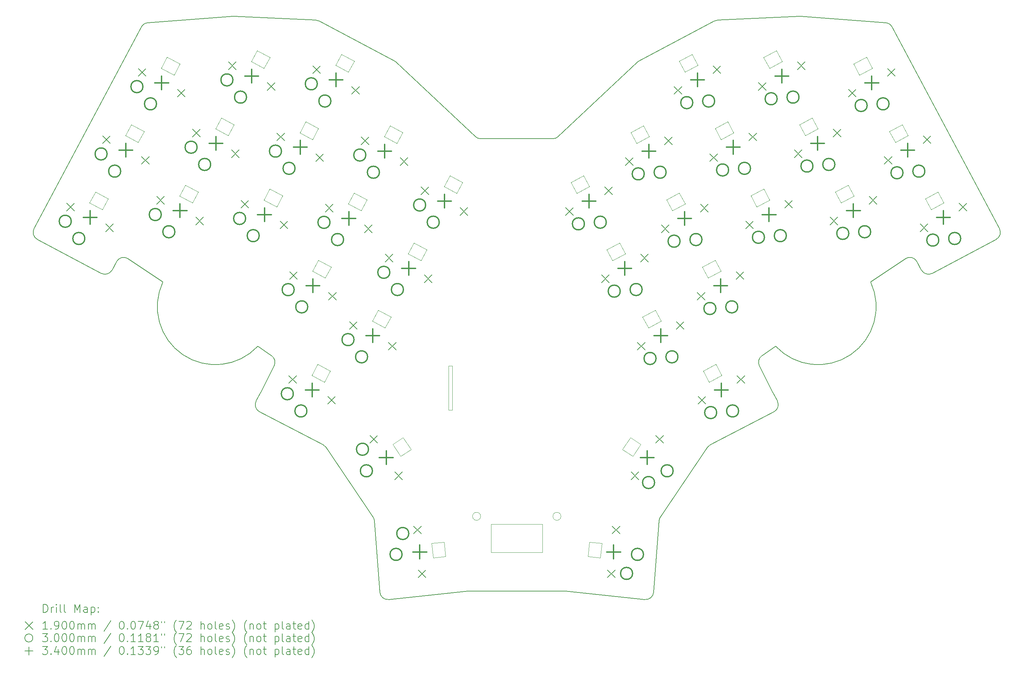
<source format=gbr>
%TF.GenerationSoftware,KiCad,Pcbnew,8.0.1*%
%TF.CreationDate,2025-01-05T22:45:02+02:00*%
%TF.ProjectId,DeeDee_v1,44656544-6565-45f7-9631-2e6b69636164,v1.0.0*%
%TF.SameCoordinates,Original*%
%TF.FileFunction,Drillmap*%
%TF.FilePolarity,Positive*%
%FSLAX45Y45*%
G04 Gerber Fmt 4.5, Leading zero omitted, Abs format (unit mm)*
G04 Created by KiCad (PCBNEW 8.0.1) date 2025-01-05 22:45:02*
%MOMM*%
%LPD*%
G01*
G04 APERTURE LIST*
%ADD10C,0.150000*%
%ADD11C,0.100000*%
%ADD12C,0.050000*%
%ADD13C,0.120000*%
%ADD14C,0.200000*%
%ADD15C,0.190000*%
%ADD16C,0.300000*%
%ADD17C,0.340000*%
G04 APERTURE END LIST*
D10*
X14206480Y-14337025D02*
X14540581Y-13674315D01*
X14474115Y-13418665D02*
G75*
G02*
X14540579Y-13674314I-112125J-165615D01*
G01*
X19686358Y-8014480D02*
X21474935Y-8014481D01*
X23614687Y-6080891D02*
X25493702Y-5081802D01*
X25329438Y-15702696D02*
X24157381Y-17440342D01*
X27645611Y-4964248D02*
X29764575Y-5122668D01*
X27621440Y-4963906D02*
G75*
G02*
X27645611Y-4964247I9270J-199694D01*
G01*
X25578336Y-5058606D02*
X27621440Y-4963906D01*
X11235040Y-5228217D02*
G75*
G02*
X11396718Y-5122669I176581J-93883D01*
G01*
X19365960Y-19290193D02*
X17393138Y-19497545D01*
X25329438Y-15702696D02*
G75*
G02*
X25403392Y-15636873I165842J-111874D01*
G01*
X10235857Y-11367515D02*
X8646551Y-10522467D01*
X23988484Y-19313824D02*
G75*
G02*
X23768155Y-19497546I-199424J15184D01*
G01*
X24123766Y-17536997D02*
G75*
G02*
X24157384Y-17440344I199374J-15173D01*
G01*
X10506341Y-11284820D02*
G75*
G02*
X10235857Y-11367515I-176591J93900D01*
G01*
X11769041Y-11587315D02*
X10906550Y-11003404D01*
X30654953Y-11284820D02*
X30543455Y-11075125D01*
X15667591Y-5081803D02*
X17546606Y-6080892D01*
X17003912Y-17440342D02*
X15831854Y-15702696D01*
X25493702Y-5081802D02*
G75*
G02*
X25578336Y-5058605I93908J-176628D01*
G01*
X23571350Y-6111991D02*
G75*
G02*
X23614687Y-6080892I137210J-145459D01*
G01*
X14093917Y-14548826D02*
X14204481Y-14340885D01*
X21774428Y-19289097D02*
G75*
G02*
X21795334Y-19290192I12J-199834D01*
G01*
X24123766Y-17536997D02*
X23988484Y-19313824D01*
X15757900Y-15636875D02*
G75*
G02*
X15831855Y-15702696I-91830J-177635D01*
G01*
X29392253Y-11587315D02*
G75*
G02*
X27028866Y-13187339I-1309043J-611905D01*
G01*
X8563856Y-10251982D02*
X11235040Y-5228217D01*
X27067376Y-14548826D02*
G75*
G02*
X26982642Y-14820386I-176607J-93894D01*
G01*
X29764575Y-5122668D02*
G75*
G02*
X29926255Y-5228216I-14915J-199452D01*
G01*
X11396718Y-5122668D02*
X13515683Y-4964248D01*
X26982639Y-14820380D02*
X25403393Y-15636874D01*
X19365960Y-19290193D02*
G75*
G02*
X19386865Y-19289097I20900J-198768D01*
G01*
X26620712Y-13674314D02*
G75*
G02*
X26687180Y-13418667I178578J90034D01*
G01*
X17393138Y-19497545D02*
G75*
G02*
X17172807Y-19313823I-20908J198905D01*
G01*
X13539854Y-4963906D02*
X15582957Y-5058606D01*
X30254743Y-11003404D02*
G75*
G02*
X30543451Y-11075127I112117J-165626D01*
G01*
X17172809Y-19313823D02*
X17037528Y-17536998D01*
X17003912Y-17440342D02*
G75*
G02*
X17037529Y-17536997I-165852J-111858D01*
G01*
X23768155Y-19497544D02*
X21795334Y-19290192D01*
X26956812Y-14340885D02*
X27067376Y-14548826D01*
X15757900Y-15636875D02*
X14178654Y-14820380D01*
X27028866Y-13187340D02*
X26687178Y-13418665D01*
X26956812Y-14340885D02*
G75*
G02*
X26954813Y-14337025I177298J94265D01*
G01*
X15582957Y-5058606D02*
G75*
G02*
X15667591Y-5081803I-9267J-199804D01*
G01*
X17589943Y-6111991D02*
X19549126Y-7959970D01*
X14206480Y-14337025D02*
G75*
G02*
X14204481Y-14340885I-181400J91465D01*
G01*
X32514742Y-10522467D02*
X30925436Y-11367515D01*
X21612167Y-7959971D02*
G75*
G02*
X21474935Y-8014482I-137227J145471D01*
G01*
X10617838Y-11075125D02*
G75*
G02*
X10906550Y-11003404I176592J-93905D01*
G01*
X29926254Y-5228217D02*
X32597437Y-10251983D01*
X10617838Y-11075125D02*
X10506341Y-11284820D01*
X14132427Y-13187340D02*
G75*
G02*
X11769041Y-11587315I-1054340J988125D01*
G01*
X21612167Y-7959971D02*
X23571350Y-6111991D01*
X30925436Y-11367515D02*
G75*
G02*
X30654948Y-11284822I-93896J176595D01*
G01*
X17546606Y-6080892D02*
G75*
G02*
X17589944Y-6111991I-93886J-176578D01*
G01*
X26620712Y-13674314D02*
X26954813Y-14337025D01*
X13515683Y-4964248D02*
G75*
G02*
X13539854Y-4963906I14908J-199402D01*
G01*
X30254743Y-11003404D02*
X29392253Y-11587315D01*
X14178654Y-14820380D02*
G75*
G02*
X14093918Y-14548826I91857J177661D01*
G01*
X32597437Y-10251983D02*
G75*
G02*
X32514743Y-10522469I-176587J-93897D01*
G01*
X19686358Y-8014480D02*
G75*
G02*
X19549124Y-7959973I-8J199990D01*
G01*
X8646551Y-10522467D02*
G75*
G02*
X8563858Y-10251983I93889J176587D01*
G01*
X21774428Y-19289097D02*
X19386865Y-19289097D01*
X14474115Y-13418665D02*
X14132427Y-13187340D01*
D11*
X19680647Y-17423669D02*
G75*
G02*
X19480647Y-17423669I-100000J0D01*
G01*
X19480647Y-17423669D02*
G75*
G02*
X19680647Y-17423669I100000J0D01*
G01*
X21680647Y-17423669D02*
G75*
G02*
X21480647Y-17423669I-100000J0D01*
G01*
X21480647Y-17423669D02*
G75*
G02*
X21680647Y-17423669I100000J0D01*
G01*
D12*
X18980647Y-13673669D02*
X18980647Y-14773669D01*
X18880647Y-14773669D01*
X18880647Y-13673669D01*
X18980647Y-13673669D01*
D11*
X21222025Y-18323669D02*
X19942025Y-18323669D01*
X19942025Y-17623669D01*
X21222025Y-17623669D01*
X21222025Y-18323669D01*
D13*
X26873626Y-9540917D02*
X26555765Y-9709927D01*
X26410228Y-9436213D01*
X26728090Y-9267204D01*
X26873626Y-9540917D01*
X28973751Y-9443574D02*
X28655890Y-9612584D01*
X28510354Y-9338870D01*
X28828215Y-9169860D01*
X28973751Y-9443574D01*
X25685745Y-13910006D02*
X25367884Y-14079016D01*
X25222348Y-13805302D01*
X25540209Y-13636292D01*
X25685745Y-13910006D01*
X16851189Y-9533556D02*
X16705653Y-9807270D01*
X16387792Y-9638260D01*
X16533328Y-9364546D01*
X16851189Y-9533556D01*
X22391694Y-9205835D02*
X22073833Y-9374845D01*
X21928296Y-9101131D01*
X22246158Y-8932121D01*
X22391694Y-9205835D01*
X18341001Y-10778731D02*
X18195465Y-11052445D01*
X17877604Y-10883435D01*
X18023140Y-10609721D01*
X18341001Y-10778731D01*
X17449005Y-12456331D02*
X17303469Y-12730045D01*
X16985607Y-12561035D01*
X17131144Y-12287322D01*
X17449005Y-12456331D01*
X16535056Y-6081012D02*
X16389520Y-6354726D01*
X16071659Y-6185716D01*
X16217195Y-5912002D01*
X16535056Y-6081012D01*
X10409973Y-9506411D02*
X10264437Y-9780125D01*
X9946576Y-9611115D01*
X10092112Y-9337401D01*
X10409973Y-9506411D01*
X12193965Y-6151210D02*
X12048429Y-6424924D01*
X11730568Y-6255914D01*
X11876104Y-5982200D01*
X12193965Y-6151210D01*
X24773502Y-9638261D02*
X24455640Y-9807270D01*
X24310104Y-9533557D01*
X24627965Y-9364547D01*
X24773502Y-9638261D01*
X15643060Y-7758613D02*
X15497524Y-8032327D01*
X15179663Y-7863317D01*
X15325199Y-7589603D01*
X15643060Y-7758613D01*
X23283689Y-10883435D02*
X22965828Y-11052445D01*
X22820292Y-10778731D01*
X23138153Y-10609721D01*
X23283689Y-10883435D01*
X23881505Y-7960660D02*
X23563644Y-8129670D01*
X23418108Y-7855956D01*
X23735969Y-7686946D01*
X23881505Y-7960660D01*
X22699406Y-18098164D02*
X22661775Y-18456192D01*
X22353474Y-18423788D01*
X22391104Y-18065760D01*
X22699406Y-18098164D01*
X15938945Y-13805302D02*
X15793409Y-14079016D01*
X15475548Y-13910006D01*
X15621084Y-13636292D01*
X15938945Y-13805302D01*
X19232997Y-9101131D02*
X19087460Y-9374845D01*
X18769599Y-9205835D01*
X18915135Y-8932121D01*
X19232997Y-9101131D01*
X25981630Y-7863317D02*
X25663769Y-8032327D01*
X25518233Y-7758613D01*
X25836094Y-7589603D01*
X25981630Y-7863317D01*
X23670463Y-15631796D02*
X23469153Y-15930249D01*
X23212152Y-15756899D01*
X23413461Y-15458446D01*
X23670463Y-15631796D01*
X17949141Y-15756899D02*
X17692140Y-15930249D01*
X17490831Y-15631796D01*
X17747832Y-15458446D01*
X17949141Y-15756899D01*
X11301969Y-7828811D02*
X11156433Y-8102525D01*
X10838572Y-7933515D01*
X10984108Y-7659801D01*
X11301969Y-7828811D01*
X25665497Y-11315860D02*
X25347636Y-11484870D01*
X25202100Y-11211156D01*
X25519961Y-11042147D01*
X25665497Y-11315860D01*
X28081755Y-7765973D02*
X27763893Y-7934983D01*
X27618357Y-7661269D01*
X27936218Y-7492259D01*
X28081755Y-7765973D01*
X31214717Y-9611115D02*
X30896856Y-9780125D01*
X30751320Y-9506411D01*
X31069181Y-9337401D01*
X31214717Y-9611115D01*
X12650939Y-9338870D02*
X12505403Y-9612584D01*
X12187542Y-9443574D01*
X12333078Y-9169860D01*
X12650939Y-9338870D01*
X30322721Y-7933514D02*
X30004860Y-8102524D01*
X29859324Y-7828810D01*
X30177185Y-7659800D01*
X30322721Y-7933514D01*
X27189759Y-6088373D02*
X26871898Y-6257383D01*
X26726362Y-5983669D01*
X27044223Y-5814659D01*
X27189759Y-6088373D01*
X15959193Y-11211157D02*
X15813657Y-11484871D01*
X15495796Y-11315861D01*
X15641332Y-11042148D01*
X15959193Y-11211157D01*
X13542935Y-7661269D02*
X13397399Y-7934983D01*
X13079538Y-7765973D01*
X13225074Y-7492260D01*
X13542935Y-7661269D01*
X25089634Y-6185716D02*
X24771773Y-6354726D01*
X24626237Y-6081012D01*
X24944098Y-5912002D01*
X25089634Y-6185716D01*
X14434931Y-5983669D02*
X14289395Y-6257383D01*
X13971534Y-6088373D01*
X14117070Y-5814659D01*
X14434931Y-5983669D01*
X17743185Y-7855956D02*
X17597648Y-8129670D01*
X17279787Y-7960660D01*
X17425323Y-7686946D01*
X17743185Y-7855956D01*
X14751064Y-9436213D02*
X14605528Y-9709927D01*
X14287667Y-9540917D01*
X14433203Y-9267203D01*
X14751064Y-9436213D01*
X24175685Y-12561035D02*
X23857824Y-12730045D01*
X23712288Y-12456331D01*
X24030149Y-12287322D01*
X24175685Y-12561035D01*
X18807819Y-18423788D02*
X18499517Y-18456191D01*
X18461887Y-18098164D01*
X18770189Y-18065760D01*
X18807819Y-18423788D01*
X29430725Y-6255914D02*
X29112864Y-6424924D01*
X28967328Y-6151210D01*
X29285189Y-5982200D01*
X29430725Y-6255914D01*
D14*
D15*
X9377002Y-9620539D02*
X9567002Y-9810539D01*
X9567002Y-9620539D02*
X9377002Y-9810539D01*
X10268998Y-7942938D02*
X10458998Y-8132938D01*
X10458998Y-7942938D02*
X10268998Y-8132938D01*
X10348244Y-10136958D02*
X10538244Y-10326958D01*
X10538244Y-10136958D02*
X10348244Y-10326958D01*
X11160993Y-6265338D02*
X11350993Y-6455338D01*
X11350993Y-6265338D02*
X11160993Y-6455338D01*
X11240240Y-8459357D02*
X11430240Y-8649357D01*
X11430240Y-8459357D02*
X11240240Y-8649357D01*
X11617968Y-9452998D02*
X11807968Y-9642998D01*
X11807968Y-9452998D02*
X11617968Y-9642998D01*
X12132236Y-6781757D02*
X12322236Y-6971757D01*
X12322236Y-6781757D02*
X12132236Y-6971757D01*
X12509964Y-7775397D02*
X12699964Y-7965397D01*
X12699964Y-7775397D02*
X12509964Y-7965397D01*
X12589211Y-9969417D02*
X12779211Y-10159417D01*
X12779211Y-9969417D02*
X12589211Y-10159417D01*
X13401960Y-6097797D02*
X13591960Y-6287797D01*
X13591960Y-6097797D02*
X13401960Y-6287797D01*
X13481206Y-8291816D02*
X13671206Y-8481816D01*
X13671206Y-8291816D02*
X13481206Y-8481816D01*
X13718093Y-9550341D02*
X13908093Y-9740341D01*
X13908093Y-9550341D02*
X13718093Y-9740341D01*
X14373202Y-6614216D02*
X14563202Y-6804216D01*
X14563202Y-6614216D02*
X14373202Y-6804216D01*
X14610089Y-7872741D02*
X14800089Y-8062741D01*
X14800089Y-7872741D02*
X14610089Y-8062741D01*
X14689335Y-10066760D02*
X14879335Y-10256760D01*
X14879335Y-10066760D02*
X14689335Y-10256760D01*
X14905974Y-13919430D02*
X15095974Y-14109430D01*
X15095974Y-13919430D02*
X14905974Y-14109430D01*
X14926222Y-11325285D02*
X15116222Y-11515285D01*
X15116222Y-11325285D02*
X14926222Y-11515285D01*
X15502085Y-6195140D02*
X15692085Y-6385140D01*
X15692085Y-6195140D02*
X15502085Y-6385140D01*
X15581331Y-8389160D02*
X15771331Y-8579160D01*
X15771331Y-8389160D02*
X15581331Y-8579160D01*
X15818218Y-9647684D02*
X16008218Y-9837684D01*
X16008218Y-9647684D02*
X15818218Y-9837684D01*
X15877216Y-14435849D02*
X16067216Y-14625849D01*
X16067216Y-14435849D02*
X15877216Y-14625849D01*
X15897464Y-11841704D02*
X16087464Y-12031704D01*
X16087464Y-11841704D02*
X15897464Y-12031704D01*
X16416033Y-12570460D02*
X16606033Y-12760460D01*
X16606033Y-12570460D02*
X16416033Y-12760460D01*
X16473327Y-6711559D02*
X16663327Y-6901559D01*
X16663327Y-6711559D02*
X16473327Y-6901559D01*
X16710214Y-7970084D02*
X16900214Y-8160084D01*
X16900214Y-7970084D02*
X16710214Y-8160084D01*
X16789460Y-10164103D02*
X16979460Y-10354103D01*
X16979460Y-10164103D02*
X16789460Y-10354103D01*
X16927782Y-15406197D02*
X17117782Y-15596197D01*
X17117782Y-15406197D02*
X16927782Y-15596197D01*
X17308029Y-10892859D02*
X17498029Y-11082859D01*
X17498029Y-10892859D02*
X17308029Y-11082859D01*
X17387276Y-13086878D02*
X17577276Y-13276878D01*
X17577276Y-13086878D02*
X17387276Y-13276878D01*
X17542894Y-16318139D02*
X17732894Y-16508139D01*
X17732894Y-16318139D02*
X17542894Y-16508139D01*
X17681456Y-8486502D02*
X17871456Y-8676502D01*
X17871456Y-8486502D02*
X17681456Y-8676502D01*
X18014937Y-17668117D02*
X18204937Y-17858117D01*
X18204937Y-17668117D02*
X18014937Y-17858117D01*
X18129919Y-18762091D02*
X18319919Y-18952091D01*
X18319919Y-18762091D02*
X18129919Y-18952091D01*
X18200025Y-9215259D02*
X18390025Y-9405259D01*
X18390025Y-9215259D02*
X18200025Y-9405259D01*
X18279272Y-11409278D02*
X18469272Y-11599278D01*
X18469272Y-11409278D02*
X18279272Y-11599278D01*
X19171267Y-9731678D02*
X19361267Y-9921678D01*
X19361267Y-9731678D02*
X19171267Y-9921678D01*
X21800025Y-9731677D02*
X21990025Y-9921677D01*
X21990025Y-9731677D02*
X21800025Y-9921677D01*
X22692021Y-11409278D02*
X22882021Y-11599278D01*
X22882021Y-11409278D02*
X22692021Y-11599278D01*
X22771268Y-9215259D02*
X22961268Y-9405259D01*
X22961268Y-9215259D02*
X22771268Y-9405259D01*
X22841374Y-18762091D02*
X23031374Y-18952091D01*
X23031374Y-18762091D02*
X22841374Y-18952091D01*
X22956356Y-17668117D02*
X23146356Y-17858117D01*
X23146356Y-17668117D02*
X22956356Y-17858117D01*
X23289837Y-8486503D02*
X23479837Y-8676503D01*
X23479837Y-8486503D02*
X23289837Y-8676503D01*
X23428399Y-16318139D02*
X23618399Y-16508139D01*
X23618399Y-16318139D02*
X23428399Y-16508139D01*
X23584017Y-13086879D02*
X23774017Y-13276879D01*
X23774017Y-13086879D02*
X23584017Y-13276879D01*
X23663264Y-10892859D02*
X23853264Y-11082859D01*
X23853264Y-10892859D02*
X23663264Y-11082859D01*
X24043511Y-15406198D02*
X24233511Y-15596198D01*
X24233511Y-15406198D02*
X24043511Y-15596198D01*
X24181833Y-10164103D02*
X24371833Y-10354103D01*
X24371833Y-10164103D02*
X24181833Y-10354103D01*
X24261080Y-7970084D02*
X24451080Y-8160084D01*
X24451080Y-7970084D02*
X24261080Y-8160084D01*
X24497966Y-6711559D02*
X24687966Y-6901559D01*
X24687966Y-6711559D02*
X24497966Y-6901559D01*
X24555260Y-12570460D02*
X24745260Y-12760460D01*
X24745260Y-12570460D02*
X24555260Y-12760460D01*
X25073829Y-11841703D02*
X25263829Y-12031703D01*
X25263829Y-11841703D02*
X25073829Y-12031703D01*
X25094077Y-14435849D02*
X25284077Y-14625849D01*
X25284077Y-14435849D02*
X25094077Y-14625849D01*
X25153076Y-9647684D02*
X25343076Y-9837684D01*
X25343076Y-9647684D02*
X25153076Y-9837684D01*
X25389962Y-8389160D02*
X25579962Y-8579160D01*
X25579962Y-8389160D02*
X25389962Y-8579160D01*
X25469208Y-6195140D02*
X25659208Y-6385140D01*
X25659208Y-6195140D02*
X25469208Y-6385140D01*
X26045071Y-11325284D02*
X26235071Y-11515284D01*
X26235071Y-11325284D02*
X26045071Y-11515284D01*
X26065319Y-13919430D02*
X26255319Y-14109430D01*
X26255319Y-13919430D02*
X26065319Y-14109430D01*
X26281958Y-10066760D02*
X26471958Y-10256760D01*
X26471958Y-10066760D02*
X26281958Y-10256760D01*
X26361205Y-7872741D02*
X26551205Y-8062741D01*
X26551205Y-7872741D02*
X26361205Y-8062741D01*
X26598091Y-6614216D02*
X26788091Y-6804216D01*
X26788091Y-6614216D02*
X26598091Y-6804216D01*
X27253200Y-9550341D02*
X27443200Y-9740341D01*
X27443200Y-9550341D02*
X27253200Y-9740341D01*
X27490087Y-8291816D02*
X27680087Y-8481816D01*
X27680087Y-8291816D02*
X27490087Y-8481816D01*
X27569333Y-6097797D02*
X27759333Y-6287797D01*
X27759333Y-6097797D02*
X27569333Y-6287797D01*
X28382082Y-9969417D02*
X28572082Y-10159417D01*
X28572082Y-9969417D02*
X28382082Y-10159417D01*
X28461329Y-7775397D02*
X28651329Y-7965397D01*
X28651329Y-7775397D02*
X28461329Y-7965397D01*
X28839057Y-6781757D02*
X29029057Y-6971757D01*
X29029057Y-6781757D02*
X28839057Y-6971757D01*
X29353325Y-9452998D02*
X29543325Y-9642998D01*
X29543325Y-9452998D02*
X29353325Y-9642998D01*
X29731053Y-8459357D02*
X29921053Y-8649357D01*
X29921053Y-8459357D02*
X29731053Y-8649357D01*
X29810300Y-6265338D02*
X30000300Y-6455338D01*
X30000300Y-6265338D02*
X29810300Y-6455338D01*
X30623049Y-10136958D02*
X30813049Y-10326958D01*
X30813049Y-10136958D02*
X30623049Y-10326958D01*
X30702296Y-7942938D02*
X30892296Y-8132938D01*
X30892296Y-7942938D02*
X30702296Y-8132938D01*
X31594291Y-9620540D02*
X31784291Y-9810540D01*
X31784291Y-9620540D02*
X31594291Y-9810540D01*
D16*
X9490097Y-10070118D02*
G75*
G02*
X9190097Y-10070118I-150000J0D01*
G01*
X9190097Y-10070118D02*
G75*
G02*
X9490097Y-10070118I150000J0D01*
G01*
X9828287Y-10499102D02*
G75*
G02*
X9528287Y-10499102I-150000J0D01*
G01*
X9528287Y-10499102D02*
G75*
G02*
X9828287Y-10499102I150000J0D01*
G01*
X10382093Y-8392518D02*
G75*
G02*
X10082093Y-8392518I-150000J0D01*
G01*
X10082093Y-8392518D02*
G75*
G02*
X10382093Y-8392518I150000J0D01*
G01*
X10720283Y-8821502D02*
G75*
G02*
X10420283Y-8821502I-150000J0D01*
G01*
X10420283Y-8821502D02*
G75*
G02*
X10720283Y-8821502I150000J0D01*
G01*
X11274089Y-6714917D02*
G75*
G02*
X10974089Y-6714917I-150000J0D01*
G01*
X10974089Y-6714917D02*
G75*
G02*
X11274089Y-6714917I150000J0D01*
G01*
X11612279Y-7143901D02*
G75*
G02*
X11312279Y-7143901I-150000J0D01*
G01*
X11312279Y-7143901D02*
G75*
G02*
X11612279Y-7143901I150000J0D01*
G01*
X11731064Y-9902577D02*
G75*
G02*
X11431064Y-9902577I-150000J0D01*
G01*
X11431064Y-9902577D02*
G75*
G02*
X11731064Y-9902577I150000J0D01*
G01*
X12069254Y-10331561D02*
G75*
G02*
X11769254Y-10331561I-150000J0D01*
G01*
X11769254Y-10331561D02*
G75*
G02*
X12069254Y-10331561I150000J0D01*
G01*
X12623060Y-8224976D02*
G75*
G02*
X12323060Y-8224976I-150000J0D01*
G01*
X12323060Y-8224976D02*
G75*
G02*
X12623060Y-8224976I150000J0D01*
G01*
X12961250Y-8653961D02*
G75*
G02*
X12661250Y-8653961I-150000J0D01*
G01*
X12661250Y-8653961D02*
G75*
G02*
X12961250Y-8653961I150000J0D01*
G01*
X13515055Y-6547376D02*
G75*
G02*
X13215055Y-6547376I-150000J0D01*
G01*
X13215055Y-6547376D02*
G75*
G02*
X13515055Y-6547376I150000J0D01*
G01*
X13831189Y-9999920D02*
G75*
G02*
X13531189Y-9999920I-150000J0D01*
G01*
X13531189Y-9999920D02*
G75*
G02*
X13831189Y-9999920I150000J0D01*
G01*
X13853245Y-6976360D02*
G75*
G02*
X13553245Y-6976360I-150000J0D01*
G01*
X13553245Y-6976360D02*
G75*
G02*
X13853245Y-6976360I150000J0D01*
G01*
X14169379Y-10428904D02*
G75*
G02*
X13869379Y-10428904I-150000J0D01*
G01*
X13869379Y-10428904D02*
G75*
G02*
X14169379Y-10428904I150000J0D01*
G01*
X14723184Y-8322320D02*
G75*
G02*
X14423184Y-8322320I-150000J0D01*
G01*
X14423184Y-8322320D02*
G75*
G02*
X14723184Y-8322320I150000J0D01*
G01*
X15019070Y-14369009D02*
G75*
G02*
X14719070Y-14369009I-150000J0D01*
G01*
X14719070Y-14369009D02*
G75*
G02*
X15019070Y-14369009I150000J0D01*
G01*
X15039317Y-11774864D02*
G75*
G02*
X14739317Y-11774864I-150000J0D01*
G01*
X14739317Y-11774864D02*
G75*
G02*
X15039317Y-11774864I150000J0D01*
G01*
X15061374Y-8751304D02*
G75*
G02*
X14761374Y-8751304I-150000J0D01*
G01*
X14761374Y-8751304D02*
G75*
G02*
X15061374Y-8751304I150000J0D01*
G01*
X15357260Y-14797994D02*
G75*
G02*
X15057260Y-14797994I-150000J0D01*
G01*
X15057260Y-14797994D02*
G75*
G02*
X15357260Y-14797994I150000J0D01*
G01*
X15377507Y-12203848D02*
G75*
G02*
X15077507Y-12203848I-150000J0D01*
G01*
X15077507Y-12203848D02*
G75*
G02*
X15377507Y-12203848I150000J0D01*
G01*
X15615181Y-6644719D02*
G75*
G02*
X15315181Y-6644719I-150000J0D01*
G01*
X15315181Y-6644719D02*
G75*
G02*
X15615181Y-6644719I150000J0D01*
G01*
X15931313Y-10097263D02*
G75*
G02*
X15631313Y-10097263I-150000J0D01*
G01*
X15631313Y-10097263D02*
G75*
G02*
X15931313Y-10097263I150000J0D01*
G01*
X15953371Y-7073703D02*
G75*
G02*
X15653371Y-7073703I-150000J0D01*
G01*
X15653371Y-7073703D02*
G75*
G02*
X15953371Y-7073703I150000J0D01*
G01*
X16269503Y-10526248D02*
G75*
G02*
X15969503Y-10526248I-150000J0D01*
G01*
X15969503Y-10526248D02*
G75*
G02*
X16269503Y-10526248I150000J0D01*
G01*
X16529129Y-13020039D02*
G75*
G02*
X16229129Y-13020039I-150000J0D01*
G01*
X16229129Y-13020039D02*
G75*
G02*
X16529129Y-13020039I150000J0D01*
G01*
X16823309Y-8419663D02*
G75*
G02*
X16523309Y-8419663I-150000J0D01*
G01*
X16523309Y-8419663D02*
G75*
G02*
X16823309Y-8419663I150000J0D01*
G01*
X16867319Y-13449023D02*
G75*
G02*
X16567319Y-13449023I-150000J0D01*
G01*
X16567319Y-13449023D02*
G75*
G02*
X16867319Y-13449023I150000J0D01*
G01*
X16889853Y-15752347D02*
G75*
G02*
X16589853Y-15752347I-150000J0D01*
G01*
X16589853Y-15752347D02*
G75*
G02*
X16889853Y-15752347I150000J0D01*
G01*
X16987061Y-16289888D02*
G75*
G02*
X16687061Y-16289888I-150000J0D01*
G01*
X16687061Y-16289888D02*
G75*
G02*
X16987061Y-16289888I150000J0D01*
G01*
X17161499Y-8848647D02*
G75*
G02*
X16861499Y-8848647I-150000J0D01*
G01*
X16861499Y-8848647D02*
G75*
G02*
X17161499Y-8848647I150000J0D01*
G01*
X17421125Y-11342438D02*
G75*
G02*
X17121125Y-11342438I-150000J0D01*
G01*
X17121125Y-11342438D02*
G75*
G02*
X17421125Y-11342438I150000J0D01*
G01*
X17725688Y-18372298D02*
G75*
G02*
X17425688Y-18372298I-150000J0D01*
G01*
X17425688Y-18372298D02*
G75*
G02*
X17725688Y-18372298I150000J0D01*
G01*
X17759315Y-11771422D02*
G75*
G02*
X17459315Y-11771422I-150000J0D01*
G01*
X17459315Y-11771422D02*
G75*
G02*
X17759315Y-11771422I150000J0D01*
G01*
X17892218Y-17852041D02*
G75*
G02*
X17592218Y-17852041I-150000J0D01*
G01*
X17592218Y-17852041D02*
G75*
G02*
X17892218Y-17852041I150000J0D01*
G01*
X18313121Y-9664838D02*
G75*
G02*
X18013121Y-9664838I-150000J0D01*
G01*
X18013121Y-9664838D02*
G75*
G02*
X18313121Y-9664838I150000J0D01*
G01*
X18651311Y-10093822D02*
G75*
G02*
X18351311Y-10093822I-150000J0D01*
G01*
X18351311Y-10093822D02*
G75*
G02*
X18651311Y-10093822I150000J0D01*
G01*
X22265225Y-10134309D02*
G75*
G02*
X21965225Y-10134309I-150000J0D01*
G01*
X21965225Y-10134309D02*
G75*
G02*
X22265225Y-10134309I150000J0D01*
G01*
X22809982Y-10093822D02*
G75*
G02*
X22509982Y-10093822I-150000J0D01*
G01*
X22509982Y-10093822D02*
G75*
G02*
X22809982Y-10093822I150000J0D01*
G01*
X23157220Y-11811910D02*
G75*
G02*
X22857220Y-11811910I-150000J0D01*
G01*
X22857220Y-11811910D02*
G75*
G02*
X23157220Y-11811910I150000J0D01*
G01*
X23464547Y-18846563D02*
G75*
G02*
X23164547Y-18846563I-150000J0D01*
G01*
X23164547Y-18846563D02*
G75*
G02*
X23464547Y-18846563I150000J0D01*
G01*
X23701978Y-11771422D02*
G75*
G02*
X23401978Y-11771422I-150000J0D01*
G01*
X23401978Y-11771422D02*
G75*
G02*
X23701978Y-11771422I150000J0D01*
G01*
X23735605Y-18372298D02*
G75*
G02*
X23435605Y-18372298I-150000J0D01*
G01*
X23435605Y-18372298D02*
G75*
G02*
X23735605Y-18372298I150000J0D01*
G01*
X23755036Y-8889134D02*
G75*
G02*
X23455036Y-8889134I-150000J0D01*
G01*
X23455036Y-8889134D02*
G75*
G02*
X23755036Y-8889134I150000J0D01*
G01*
X24012248Y-16581385D02*
G75*
G02*
X23712248Y-16581385I-150000J0D01*
G01*
X23712248Y-16581385D02*
G75*
G02*
X24012248Y-16581385I150000J0D01*
G01*
X24049217Y-13489510D02*
G75*
G02*
X23749217Y-13489510I-150000J0D01*
G01*
X23749217Y-13489510D02*
G75*
G02*
X24049217Y-13489510I150000J0D01*
G01*
X24299794Y-8848647D02*
G75*
G02*
X23999794Y-8848647I-150000J0D01*
G01*
X23999794Y-8848647D02*
G75*
G02*
X24299794Y-8848647I150000J0D01*
G01*
X24474232Y-16289888D02*
G75*
G02*
X24174232Y-16289888I-150000J0D01*
G01*
X24174232Y-16289888D02*
G75*
G02*
X24474232Y-16289888I150000J0D01*
G01*
X24593974Y-13449023D02*
G75*
G02*
X24293974Y-13449023I-150000J0D01*
G01*
X24293974Y-13449023D02*
G75*
G02*
X24593974Y-13449023I150000J0D01*
G01*
X24647033Y-10566735D02*
G75*
G02*
X24347033Y-10566735I-150000J0D01*
G01*
X24347033Y-10566735D02*
G75*
G02*
X24647033Y-10566735I150000J0D01*
G01*
X24963165Y-7114190D02*
G75*
G02*
X24663165Y-7114190I-150000J0D01*
G01*
X24663165Y-7114190D02*
G75*
G02*
X24963165Y-7114190I150000J0D01*
G01*
X25191790Y-10526248D02*
G75*
G02*
X24891790Y-10526248I-150000J0D01*
G01*
X24891790Y-10526248D02*
G75*
G02*
X25191790Y-10526248I150000J0D01*
G01*
X25507923Y-7073703D02*
G75*
G02*
X25207923Y-7073703I-150000J0D01*
G01*
X25207923Y-7073703D02*
G75*
G02*
X25507923Y-7073703I150000J0D01*
G01*
X25539028Y-12244335D02*
G75*
G02*
X25239028Y-12244335I-150000J0D01*
G01*
X25239028Y-12244335D02*
G75*
G02*
X25539028Y-12244335I150000J0D01*
G01*
X25559276Y-14838480D02*
G75*
G02*
X25259276Y-14838480I-150000J0D01*
G01*
X25259276Y-14838480D02*
G75*
G02*
X25559276Y-14838480I150000J0D01*
G01*
X25855161Y-8791792D02*
G75*
G02*
X25555161Y-8791792I-150000J0D01*
G01*
X25555161Y-8791792D02*
G75*
G02*
X25855161Y-8791792I150000J0D01*
G01*
X26083786Y-12203848D02*
G75*
G02*
X25783786Y-12203848I-150000J0D01*
G01*
X25783786Y-12203848D02*
G75*
G02*
X26083786Y-12203848I150000J0D01*
G01*
X26104034Y-14797993D02*
G75*
G02*
X25804034Y-14797993I-150000J0D01*
G01*
X25804034Y-14797993D02*
G75*
G02*
X26104034Y-14797993I150000J0D01*
G01*
X26399919Y-8751304D02*
G75*
G02*
X26099919Y-8751304I-150000J0D01*
G01*
X26099919Y-8751304D02*
G75*
G02*
X26399919Y-8751304I150000J0D01*
G01*
X26747157Y-10469391D02*
G75*
G02*
X26447157Y-10469391I-150000J0D01*
G01*
X26447157Y-10469391D02*
G75*
G02*
X26747157Y-10469391I150000J0D01*
G01*
X27063290Y-7016848D02*
G75*
G02*
X26763290Y-7016848I-150000J0D01*
G01*
X26763290Y-7016848D02*
G75*
G02*
X27063290Y-7016848I150000J0D01*
G01*
X27291915Y-10428904D02*
G75*
G02*
X26991915Y-10428904I-150000J0D01*
G01*
X26991915Y-10428904D02*
G75*
G02*
X27291915Y-10428904I150000J0D01*
G01*
X27608048Y-6976361D02*
G75*
G02*
X27308048Y-6976361I-150000J0D01*
G01*
X27308048Y-6976361D02*
G75*
G02*
X27608048Y-6976361I150000J0D01*
G01*
X27955286Y-8694448D02*
G75*
G02*
X27655286Y-8694448I-150000J0D01*
G01*
X27655286Y-8694448D02*
G75*
G02*
X27955286Y-8694448I150000J0D01*
G01*
X28500044Y-8653961D02*
G75*
G02*
X28200044Y-8653961I-150000J0D01*
G01*
X28200044Y-8653961D02*
G75*
G02*
X28500044Y-8653961I150000J0D01*
G01*
X28847282Y-10372048D02*
G75*
G02*
X28547282Y-10372048I-150000J0D01*
G01*
X28547282Y-10372048D02*
G75*
G02*
X28847282Y-10372048I150000J0D01*
G01*
X29304256Y-7184389D02*
G75*
G02*
X29004256Y-7184389I-150000J0D01*
G01*
X29004256Y-7184389D02*
G75*
G02*
X29304256Y-7184389I150000J0D01*
G01*
X29392039Y-10331561D02*
G75*
G02*
X29092039Y-10331561I-150000J0D01*
G01*
X29092039Y-10331561D02*
G75*
G02*
X29392039Y-10331561I150000J0D01*
G01*
X29849014Y-7143902D02*
G75*
G02*
X29549014Y-7143902I-150000J0D01*
G01*
X29549014Y-7143902D02*
G75*
G02*
X29849014Y-7143902I150000J0D01*
G01*
X30196253Y-8861989D02*
G75*
G02*
X29896253Y-8861989I-150000J0D01*
G01*
X29896253Y-8861989D02*
G75*
G02*
X30196253Y-8861989I150000J0D01*
G01*
X30741010Y-8821502D02*
G75*
G02*
X30441010Y-8821502I-150000J0D01*
G01*
X30441010Y-8821502D02*
G75*
G02*
X30741010Y-8821502I150000J0D01*
G01*
X31088248Y-10539590D02*
G75*
G02*
X30788248Y-10539590I-150000J0D01*
G01*
X30788248Y-10539590D02*
G75*
G02*
X31088248Y-10539590I150000J0D01*
G01*
X31633006Y-10499103D02*
G75*
G02*
X31333006Y-10499103I-150000J0D01*
G01*
X31333006Y-10499103D02*
G75*
G02*
X31633006Y-10499103I150000J0D01*
G01*
D17*
X9957623Y-9803748D02*
X9957623Y-10143748D01*
X9787623Y-9973748D02*
X10127623Y-9973748D01*
X10849619Y-8126148D02*
X10849619Y-8466148D01*
X10679619Y-8296148D02*
X11019619Y-8296148D01*
X11741615Y-6448547D02*
X11741615Y-6788547D01*
X11571615Y-6618547D02*
X11911615Y-6618547D01*
X12198589Y-9636208D02*
X12198589Y-9976208D01*
X12028589Y-9806208D02*
X12368589Y-9806208D01*
X13090585Y-7958607D02*
X13090585Y-8298607D01*
X12920585Y-8128607D02*
X13260585Y-8128607D01*
X13982581Y-6281007D02*
X13982581Y-6621007D01*
X13812581Y-6451007D02*
X14152581Y-6451007D01*
X14298714Y-9733550D02*
X14298714Y-10073550D01*
X14128714Y-9903550D02*
X14468714Y-9903550D01*
X15190710Y-8055950D02*
X15190710Y-8395950D01*
X15020710Y-8225950D02*
X15360710Y-8225950D01*
X15486595Y-14102640D02*
X15486595Y-14442640D01*
X15316595Y-14272640D02*
X15656595Y-14272640D01*
X15506843Y-11508494D02*
X15506843Y-11848494D01*
X15336843Y-11678494D02*
X15676843Y-11678494D01*
X16082706Y-6378349D02*
X16082706Y-6718349D01*
X15912706Y-6548349D02*
X16252706Y-6548349D01*
X16398839Y-9830894D02*
X16398839Y-10170894D01*
X16228839Y-10000894D02*
X16568839Y-10000894D01*
X16996655Y-12753669D02*
X16996655Y-13093669D01*
X16826655Y-12923669D02*
X17166655Y-12923669D01*
X17290835Y-8153293D02*
X17290835Y-8493293D01*
X17120835Y-8323293D02*
X17460835Y-8323293D01*
X17330338Y-15787168D02*
X17330338Y-16127168D01*
X17160338Y-15957168D02*
X17500338Y-15957168D01*
X17888651Y-11076068D02*
X17888651Y-11416068D01*
X17718651Y-11246068D02*
X18058651Y-11246068D01*
X18167428Y-18140104D02*
X18167428Y-18480104D01*
X17997428Y-18310104D02*
X18337428Y-18310104D01*
X18780646Y-9398468D02*
X18780646Y-9738468D01*
X18610646Y-9568468D02*
X18950646Y-9568468D01*
X22380647Y-9398468D02*
X22380647Y-9738468D01*
X22210647Y-9568468D02*
X22550647Y-9568468D01*
X22993865Y-18140104D02*
X22993865Y-18480104D01*
X22823865Y-18310104D02*
X23163865Y-18310104D01*
X23272642Y-11076069D02*
X23272642Y-11416069D01*
X23102642Y-11246069D02*
X23442642Y-11246069D01*
X23830955Y-15787168D02*
X23830955Y-16127168D01*
X23660955Y-15957168D02*
X24000955Y-15957168D01*
X23870458Y-8153293D02*
X23870458Y-8493293D01*
X23700458Y-8323293D02*
X24040458Y-8323293D01*
X24164639Y-12753669D02*
X24164639Y-13093669D01*
X23994639Y-12923669D02*
X24334639Y-12923669D01*
X24762455Y-9830894D02*
X24762455Y-10170894D01*
X24592455Y-10000894D02*
X24932455Y-10000894D01*
X25078587Y-6378349D02*
X25078587Y-6718349D01*
X24908587Y-6548349D02*
X25248587Y-6548349D01*
X25654450Y-11508494D02*
X25654450Y-11848494D01*
X25484450Y-11678494D02*
X25824450Y-11678494D01*
X25674698Y-14102639D02*
X25674698Y-14442639D01*
X25504698Y-14272639D02*
X25844698Y-14272639D01*
X25970583Y-8055950D02*
X25970583Y-8395951D01*
X25800583Y-8225950D02*
X26140583Y-8225950D01*
X26862579Y-9733550D02*
X26862579Y-10073550D01*
X26692579Y-9903550D02*
X27032579Y-9903550D01*
X27178712Y-6281007D02*
X27178712Y-6621007D01*
X27008712Y-6451007D02*
X27348712Y-6451007D01*
X28070708Y-7958607D02*
X28070708Y-8298607D01*
X27900708Y-8128607D02*
X28240708Y-8128607D01*
X28962704Y-9636207D02*
X28962704Y-9976207D01*
X28792704Y-9806207D02*
X29132704Y-9806207D01*
X29419678Y-6448548D02*
X29419678Y-6788548D01*
X29249678Y-6618548D02*
X29589678Y-6618548D01*
X30311675Y-8126148D02*
X30311675Y-8466148D01*
X30141675Y-8296148D02*
X30481675Y-8296148D01*
X31203670Y-9803749D02*
X31203670Y-10143749D01*
X31033670Y-9973749D02*
X31373670Y-9973749D01*
D14*
X8793722Y-19817625D02*
X8793722Y-19617625D01*
X8793722Y-19617625D02*
X8841341Y-19617625D01*
X8841341Y-19617625D02*
X8869913Y-19627149D01*
X8869913Y-19627149D02*
X8888960Y-19646197D01*
X8888960Y-19646197D02*
X8898484Y-19665244D01*
X8898484Y-19665244D02*
X8908008Y-19703339D01*
X8908008Y-19703339D02*
X8908008Y-19731911D01*
X8908008Y-19731911D02*
X8898484Y-19770006D01*
X8898484Y-19770006D02*
X8888960Y-19789054D01*
X8888960Y-19789054D02*
X8869913Y-19808101D01*
X8869913Y-19808101D02*
X8841341Y-19817625D01*
X8841341Y-19817625D02*
X8793722Y-19817625D01*
X8993722Y-19817625D02*
X8993722Y-19684292D01*
X8993722Y-19722387D02*
X9003246Y-19703339D01*
X9003246Y-19703339D02*
X9012770Y-19693816D01*
X9012770Y-19693816D02*
X9031817Y-19684292D01*
X9031817Y-19684292D02*
X9050865Y-19684292D01*
X9117532Y-19817625D02*
X9117532Y-19684292D01*
X9117532Y-19617625D02*
X9108008Y-19627149D01*
X9108008Y-19627149D02*
X9117532Y-19636673D01*
X9117532Y-19636673D02*
X9127055Y-19627149D01*
X9127055Y-19627149D02*
X9117532Y-19617625D01*
X9117532Y-19617625D02*
X9117532Y-19636673D01*
X9241341Y-19817625D02*
X9222294Y-19808101D01*
X9222294Y-19808101D02*
X9212770Y-19789054D01*
X9212770Y-19789054D02*
X9212770Y-19617625D01*
X9346103Y-19817625D02*
X9327055Y-19808101D01*
X9327055Y-19808101D02*
X9317532Y-19789054D01*
X9317532Y-19789054D02*
X9317532Y-19617625D01*
X9574675Y-19817625D02*
X9574675Y-19617625D01*
X9574675Y-19617625D02*
X9641341Y-19760482D01*
X9641341Y-19760482D02*
X9708008Y-19617625D01*
X9708008Y-19617625D02*
X9708008Y-19817625D01*
X9888960Y-19817625D02*
X9888960Y-19712863D01*
X9888960Y-19712863D02*
X9879436Y-19693816D01*
X9879436Y-19693816D02*
X9860389Y-19684292D01*
X9860389Y-19684292D02*
X9822294Y-19684292D01*
X9822294Y-19684292D02*
X9803246Y-19693816D01*
X9888960Y-19808101D02*
X9869913Y-19817625D01*
X9869913Y-19817625D02*
X9822294Y-19817625D01*
X9822294Y-19817625D02*
X9803246Y-19808101D01*
X9803246Y-19808101D02*
X9793722Y-19789054D01*
X9793722Y-19789054D02*
X9793722Y-19770006D01*
X9793722Y-19770006D02*
X9803246Y-19750959D01*
X9803246Y-19750959D02*
X9822294Y-19741435D01*
X9822294Y-19741435D02*
X9869913Y-19741435D01*
X9869913Y-19741435D02*
X9888960Y-19731911D01*
X9984198Y-19684292D02*
X9984198Y-19884292D01*
X9984198Y-19693816D02*
X10003246Y-19684292D01*
X10003246Y-19684292D02*
X10041341Y-19684292D01*
X10041341Y-19684292D02*
X10060389Y-19693816D01*
X10060389Y-19693816D02*
X10069913Y-19703339D01*
X10069913Y-19703339D02*
X10079436Y-19722387D01*
X10079436Y-19722387D02*
X10079436Y-19779530D01*
X10079436Y-19779530D02*
X10069913Y-19798578D01*
X10069913Y-19798578D02*
X10060389Y-19808101D01*
X10060389Y-19808101D02*
X10041341Y-19817625D01*
X10041341Y-19817625D02*
X10003246Y-19817625D01*
X10003246Y-19817625D02*
X9984198Y-19808101D01*
X10165151Y-19798578D02*
X10174675Y-19808101D01*
X10174675Y-19808101D02*
X10165151Y-19817625D01*
X10165151Y-19817625D02*
X10155627Y-19808101D01*
X10155627Y-19808101D02*
X10165151Y-19798578D01*
X10165151Y-19798578D02*
X10165151Y-19817625D01*
X10165151Y-19693816D02*
X10174675Y-19703339D01*
X10174675Y-19703339D02*
X10165151Y-19712863D01*
X10165151Y-19712863D02*
X10155627Y-19703339D01*
X10155627Y-19703339D02*
X10165151Y-19693816D01*
X10165151Y-19693816D02*
X10165151Y-19712863D01*
D15*
X8342945Y-20051141D02*
X8532945Y-20241141D01*
X8532945Y-20051141D02*
X8342945Y-20241141D01*
D14*
X8898484Y-20237625D02*
X8784198Y-20237625D01*
X8841341Y-20237625D02*
X8841341Y-20037625D01*
X8841341Y-20037625D02*
X8822294Y-20066197D01*
X8822294Y-20066197D02*
X8803246Y-20085244D01*
X8803246Y-20085244D02*
X8784198Y-20094768D01*
X8984198Y-20218578D02*
X8993722Y-20228101D01*
X8993722Y-20228101D02*
X8984198Y-20237625D01*
X8984198Y-20237625D02*
X8974675Y-20228101D01*
X8974675Y-20228101D02*
X8984198Y-20218578D01*
X8984198Y-20218578D02*
X8984198Y-20237625D01*
X9088960Y-20237625D02*
X9127055Y-20237625D01*
X9127055Y-20237625D02*
X9146103Y-20228101D01*
X9146103Y-20228101D02*
X9155627Y-20218578D01*
X9155627Y-20218578D02*
X9174675Y-20190006D01*
X9174675Y-20190006D02*
X9184198Y-20151911D01*
X9184198Y-20151911D02*
X9184198Y-20075720D01*
X9184198Y-20075720D02*
X9174675Y-20056673D01*
X9174675Y-20056673D02*
X9165151Y-20047149D01*
X9165151Y-20047149D02*
X9146103Y-20037625D01*
X9146103Y-20037625D02*
X9108008Y-20037625D01*
X9108008Y-20037625D02*
X9088960Y-20047149D01*
X9088960Y-20047149D02*
X9079436Y-20056673D01*
X9079436Y-20056673D02*
X9069913Y-20075720D01*
X9069913Y-20075720D02*
X9069913Y-20123339D01*
X9069913Y-20123339D02*
X9079436Y-20142387D01*
X9079436Y-20142387D02*
X9088960Y-20151911D01*
X9088960Y-20151911D02*
X9108008Y-20161435D01*
X9108008Y-20161435D02*
X9146103Y-20161435D01*
X9146103Y-20161435D02*
X9165151Y-20151911D01*
X9165151Y-20151911D02*
X9174675Y-20142387D01*
X9174675Y-20142387D02*
X9184198Y-20123339D01*
X9308008Y-20037625D02*
X9327056Y-20037625D01*
X9327056Y-20037625D02*
X9346103Y-20047149D01*
X9346103Y-20047149D02*
X9355627Y-20056673D01*
X9355627Y-20056673D02*
X9365151Y-20075720D01*
X9365151Y-20075720D02*
X9374675Y-20113816D01*
X9374675Y-20113816D02*
X9374675Y-20161435D01*
X9374675Y-20161435D02*
X9365151Y-20199530D01*
X9365151Y-20199530D02*
X9355627Y-20218578D01*
X9355627Y-20218578D02*
X9346103Y-20228101D01*
X9346103Y-20228101D02*
X9327056Y-20237625D01*
X9327056Y-20237625D02*
X9308008Y-20237625D01*
X9308008Y-20237625D02*
X9288960Y-20228101D01*
X9288960Y-20228101D02*
X9279436Y-20218578D01*
X9279436Y-20218578D02*
X9269913Y-20199530D01*
X9269913Y-20199530D02*
X9260389Y-20161435D01*
X9260389Y-20161435D02*
X9260389Y-20113816D01*
X9260389Y-20113816D02*
X9269913Y-20075720D01*
X9269913Y-20075720D02*
X9279436Y-20056673D01*
X9279436Y-20056673D02*
X9288960Y-20047149D01*
X9288960Y-20047149D02*
X9308008Y-20037625D01*
X9498484Y-20037625D02*
X9517532Y-20037625D01*
X9517532Y-20037625D02*
X9536579Y-20047149D01*
X9536579Y-20047149D02*
X9546103Y-20056673D01*
X9546103Y-20056673D02*
X9555627Y-20075720D01*
X9555627Y-20075720D02*
X9565151Y-20113816D01*
X9565151Y-20113816D02*
X9565151Y-20161435D01*
X9565151Y-20161435D02*
X9555627Y-20199530D01*
X9555627Y-20199530D02*
X9546103Y-20218578D01*
X9546103Y-20218578D02*
X9536579Y-20228101D01*
X9536579Y-20228101D02*
X9517532Y-20237625D01*
X9517532Y-20237625D02*
X9498484Y-20237625D01*
X9498484Y-20237625D02*
X9479436Y-20228101D01*
X9479436Y-20228101D02*
X9469913Y-20218578D01*
X9469913Y-20218578D02*
X9460389Y-20199530D01*
X9460389Y-20199530D02*
X9450865Y-20161435D01*
X9450865Y-20161435D02*
X9450865Y-20113816D01*
X9450865Y-20113816D02*
X9460389Y-20075720D01*
X9460389Y-20075720D02*
X9469913Y-20056673D01*
X9469913Y-20056673D02*
X9479436Y-20047149D01*
X9479436Y-20047149D02*
X9498484Y-20037625D01*
X9650865Y-20237625D02*
X9650865Y-20104292D01*
X9650865Y-20123339D02*
X9660389Y-20113816D01*
X9660389Y-20113816D02*
X9679436Y-20104292D01*
X9679436Y-20104292D02*
X9708008Y-20104292D01*
X9708008Y-20104292D02*
X9727056Y-20113816D01*
X9727056Y-20113816D02*
X9736579Y-20132863D01*
X9736579Y-20132863D02*
X9736579Y-20237625D01*
X9736579Y-20132863D02*
X9746103Y-20113816D01*
X9746103Y-20113816D02*
X9765151Y-20104292D01*
X9765151Y-20104292D02*
X9793722Y-20104292D01*
X9793722Y-20104292D02*
X9812770Y-20113816D01*
X9812770Y-20113816D02*
X9822294Y-20132863D01*
X9822294Y-20132863D02*
X9822294Y-20237625D01*
X9917532Y-20237625D02*
X9917532Y-20104292D01*
X9917532Y-20123339D02*
X9927056Y-20113816D01*
X9927056Y-20113816D02*
X9946103Y-20104292D01*
X9946103Y-20104292D02*
X9974675Y-20104292D01*
X9974675Y-20104292D02*
X9993722Y-20113816D01*
X9993722Y-20113816D02*
X10003246Y-20132863D01*
X10003246Y-20132863D02*
X10003246Y-20237625D01*
X10003246Y-20132863D02*
X10012770Y-20113816D01*
X10012770Y-20113816D02*
X10031817Y-20104292D01*
X10031817Y-20104292D02*
X10060389Y-20104292D01*
X10060389Y-20104292D02*
X10079437Y-20113816D01*
X10079437Y-20113816D02*
X10088960Y-20132863D01*
X10088960Y-20132863D02*
X10088960Y-20237625D01*
X10479437Y-20028101D02*
X10308008Y-20285244D01*
X10736579Y-20037625D02*
X10755627Y-20037625D01*
X10755627Y-20037625D02*
X10774675Y-20047149D01*
X10774675Y-20047149D02*
X10784199Y-20056673D01*
X10784199Y-20056673D02*
X10793722Y-20075720D01*
X10793722Y-20075720D02*
X10803246Y-20113816D01*
X10803246Y-20113816D02*
X10803246Y-20161435D01*
X10803246Y-20161435D02*
X10793722Y-20199530D01*
X10793722Y-20199530D02*
X10784199Y-20218578D01*
X10784199Y-20218578D02*
X10774675Y-20228101D01*
X10774675Y-20228101D02*
X10755627Y-20237625D01*
X10755627Y-20237625D02*
X10736579Y-20237625D01*
X10736579Y-20237625D02*
X10717532Y-20228101D01*
X10717532Y-20228101D02*
X10708008Y-20218578D01*
X10708008Y-20218578D02*
X10698484Y-20199530D01*
X10698484Y-20199530D02*
X10688960Y-20161435D01*
X10688960Y-20161435D02*
X10688960Y-20113816D01*
X10688960Y-20113816D02*
X10698484Y-20075720D01*
X10698484Y-20075720D02*
X10708008Y-20056673D01*
X10708008Y-20056673D02*
X10717532Y-20047149D01*
X10717532Y-20047149D02*
X10736579Y-20037625D01*
X10888960Y-20218578D02*
X10898484Y-20228101D01*
X10898484Y-20228101D02*
X10888960Y-20237625D01*
X10888960Y-20237625D02*
X10879437Y-20228101D01*
X10879437Y-20228101D02*
X10888960Y-20218578D01*
X10888960Y-20218578D02*
X10888960Y-20237625D01*
X11022294Y-20037625D02*
X11041341Y-20037625D01*
X11041341Y-20037625D02*
X11060389Y-20047149D01*
X11060389Y-20047149D02*
X11069913Y-20056673D01*
X11069913Y-20056673D02*
X11079437Y-20075720D01*
X11079437Y-20075720D02*
X11088960Y-20113816D01*
X11088960Y-20113816D02*
X11088960Y-20161435D01*
X11088960Y-20161435D02*
X11079437Y-20199530D01*
X11079437Y-20199530D02*
X11069913Y-20218578D01*
X11069913Y-20218578D02*
X11060389Y-20228101D01*
X11060389Y-20228101D02*
X11041341Y-20237625D01*
X11041341Y-20237625D02*
X11022294Y-20237625D01*
X11022294Y-20237625D02*
X11003246Y-20228101D01*
X11003246Y-20228101D02*
X10993722Y-20218578D01*
X10993722Y-20218578D02*
X10984199Y-20199530D01*
X10984199Y-20199530D02*
X10974675Y-20161435D01*
X10974675Y-20161435D02*
X10974675Y-20113816D01*
X10974675Y-20113816D02*
X10984199Y-20075720D01*
X10984199Y-20075720D02*
X10993722Y-20056673D01*
X10993722Y-20056673D02*
X11003246Y-20047149D01*
X11003246Y-20047149D02*
X11022294Y-20037625D01*
X11155627Y-20037625D02*
X11288960Y-20037625D01*
X11288960Y-20037625D02*
X11203246Y-20237625D01*
X11450865Y-20104292D02*
X11450865Y-20237625D01*
X11403246Y-20028101D02*
X11355627Y-20170959D01*
X11355627Y-20170959D02*
X11479437Y-20170959D01*
X11584198Y-20123339D02*
X11565151Y-20113816D01*
X11565151Y-20113816D02*
X11555627Y-20104292D01*
X11555627Y-20104292D02*
X11546103Y-20085244D01*
X11546103Y-20085244D02*
X11546103Y-20075720D01*
X11546103Y-20075720D02*
X11555627Y-20056673D01*
X11555627Y-20056673D02*
X11565151Y-20047149D01*
X11565151Y-20047149D02*
X11584198Y-20037625D01*
X11584198Y-20037625D02*
X11622294Y-20037625D01*
X11622294Y-20037625D02*
X11641341Y-20047149D01*
X11641341Y-20047149D02*
X11650865Y-20056673D01*
X11650865Y-20056673D02*
X11660389Y-20075720D01*
X11660389Y-20075720D02*
X11660389Y-20085244D01*
X11660389Y-20085244D02*
X11650865Y-20104292D01*
X11650865Y-20104292D02*
X11641341Y-20113816D01*
X11641341Y-20113816D02*
X11622294Y-20123339D01*
X11622294Y-20123339D02*
X11584198Y-20123339D01*
X11584198Y-20123339D02*
X11565151Y-20132863D01*
X11565151Y-20132863D02*
X11555627Y-20142387D01*
X11555627Y-20142387D02*
X11546103Y-20161435D01*
X11546103Y-20161435D02*
X11546103Y-20199530D01*
X11546103Y-20199530D02*
X11555627Y-20218578D01*
X11555627Y-20218578D02*
X11565151Y-20228101D01*
X11565151Y-20228101D02*
X11584198Y-20237625D01*
X11584198Y-20237625D02*
X11622294Y-20237625D01*
X11622294Y-20237625D02*
X11641341Y-20228101D01*
X11641341Y-20228101D02*
X11650865Y-20218578D01*
X11650865Y-20218578D02*
X11660389Y-20199530D01*
X11660389Y-20199530D02*
X11660389Y-20161435D01*
X11660389Y-20161435D02*
X11650865Y-20142387D01*
X11650865Y-20142387D02*
X11641341Y-20132863D01*
X11641341Y-20132863D02*
X11622294Y-20123339D01*
X11736579Y-20037625D02*
X11736579Y-20075720D01*
X11812770Y-20037625D02*
X11812770Y-20075720D01*
X12108008Y-20313816D02*
X12098484Y-20304292D01*
X12098484Y-20304292D02*
X12079437Y-20275720D01*
X12079437Y-20275720D02*
X12069913Y-20256673D01*
X12069913Y-20256673D02*
X12060389Y-20228101D01*
X12060389Y-20228101D02*
X12050865Y-20180482D01*
X12050865Y-20180482D02*
X12050865Y-20142387D01*
X12050865Y-20142387D02*
X12060389Y-20094768D01*
X12060389Y-20094768D02*
X12069913Y-20066197D01*
X12069913Y-20066197D02*
X12079437Y-20047149D01*
X12079437Y-20047149D02*
X12098484Y-20018578D01*
X12098484Y-20018578D02*
X12108008Y-20009054D01*
X12165151Y-20037625D02*
X12298484Y-20037625D01*
X12298484Y-20037625D02*
X12212770Y-20237625D01*
X12365151Y-20056673D02*
X12374675Y-20047149D01*
X12374675Y-20047149D02*
X12393722Y-20037625D01*
X12393722Y-20037625D02*
X12441341Y-20037625D01*
X12441341Y-20037625D02*
X12460389Y-20047149D01*
X12460389Y-20047149D02*
X12469913Y-20056673D01*
X12469913Y-20056673D02*
X12479437Y-20075720D01*
X12479437Y-20075720D02*
X12479437Y-20094768D01*
X12479437Y-20094768D02*
X12469913Y-20123339D01*
X12469913Y-20123339D02*
X12355627Y-20237625D01*
X12355627Y-20237625D02*
X12479437Y-20237625D01*
X12717532Y-20237625D02*
X12717532Y-20037625D01*
X12803246Y-20237625D02*
X12803246Y-20132863D01*
X12803246Y-20132863D02*
X12793722Y-20113816D01*
X12793722Y-20113816D02*
X12774675Y-20104292D01*
X12774675Y-20104292D02*
X12746103Y-20104292D01*
X12746103Y-20104292D02*
X12727056Y-20113816D01*
X12727056Y-20113816D02*
X12717532Y-20123339D01*
X12927056Y-20237625D02*
X12908008Y-20228101D01*
X12908008Y-20228101D02*
X12898484Y-20218578D01*
X12898484Y-20218578D02*
X12888961Y-20199530D01*
X12888961Y-20199530D02*
X12888961Y-20142387D01*
X12888961Y-20142387D02*
X12898484Y-20123339D01*
X12898484Y-20123339D02*
X12908008Y-20113816D01*
X12908008Y-20113816D02*
X12927056Y-20104292D01*
X12927056Y-20104292D02*
X12955627Y-20104292D01*
X12955627Y-20104292D02*
X12974675Y-20113816D01*
X12974675Y-20113816D02*
X12984199Y-20123339D01*
X12984199Y-20123339D02*
X12993722Y-20142387D01*
X12993722Y-20142387D02*
X12993722Y-20199530D01*
X12993722Y-20199530D02*
X12984199Y-20218578D01*
X12984199Y-20218578D02*
X12974675Y-20228101D01*
X12974675Y-20228101D02*
X12955627Y-20237625D01*
X12955627Y-20237625D02*
X12927056Y-20237625D01*
X13108008Y-20237625D02*
X13088961Y-20228101D01*
X13088961Y-20228101D02*
X13079437Y-20209054D01*
X13079437Y-20209054D02*
X13079437Y-20037625D01*
X13260389Y-20228101D02*
X13241342Y-20237625D01*
X13241342Y-20237625D02*
X13203246Y-20237625D01*
X13203246Y-20237625D02*
X13184199Y-20228101D01*
X13184199Y-20228101D02*
X13174675Y-20209054D01*
X13174675Y-20209054D02*
X13174675Y-20132863D01*
X13174675Y-20132863D02*
X13184199Y-20113816D01*
X13184199Y-20113816D02*
X13203246Y-20104292D01*
X13203246Y-20104292D02*
X13241342Y-20104292D01*
X13241342Y-20104292D02*
X13260389Y-20113816D01*
X13260389Y-20113816D02*
X13269913Y-20132863D01*
X13269913Y-20132863D02*
X13269913Y-20151911D01*
X13269913Y-20151911D02*
X13174675Y-20170959D01*
X13346103Y-20228101D02*
X13365151Y-20237625D01*
X13365151Y-20237625D02*
X13403246Y-20237625D01*
X13403246Y-20237625D02*
X13422294Y-20228101D01*
X13422294Y-20228101D02*
X13431818Y-20209054D01*
X13431818Y-20209054D02*
X13431818Y-20199530D01*
X13431818Y-20199530D02*
X13422294Y-20180482D01*
X13422294Y-20180482D02*
X13403246Y-20170959D01*
X13403246Y-20170959D02*
X13374675Y-20170959D01*
X13374675Y-20170959D02*
X13355627Y-20161435D01*
X13355627Y-20161435D02*
X13346103Y-20142387D01*
X13346103Y-20142387D02*
X13346103Y-20132863D01*
X13346103Y-20132863D02*
X13355627Y-20113816D01*
X13355627Y-20113816D02*
X13374675Y-20104292D01*
X13374675Y-20104292D02*
X13403246Y-20104292D01*
X13403246Y-20104292D02*
X13422294Y-20113816D01*
X13498484Y-20313816D02*
X13508008Y-20304292D01*
X13508008Y-20304292D02*
X13527056Y-20275720D01*
X13527056Y-20275720D02*
X13536580Y-20256673D01*
X13536580Y-20256673D02*
X13546103Y-20228101D01*
X13546103Y-20228101D02*
X13555627Y-20180482D01*
X13555627Y-20180482D02*
X13555627Y-20142387D01*
X13555627Y-20142387D02*
X13546103Y-20094768D01*
X13546103Y-20094768D02*
X13536580Y-20066197D01*
X13536580Y-20066197D02*
X13527056Y-20047149D01*
X13527056Y-20047149D02*
X13508008Y-20018578D01*
X13508008Y-20018578D02*
X13498484Y-20009054D01*
X13860389Y-20313816D02*
X13850865Y-20304292D01*
X13850865Y-20304292D02*
X13831818Y-20275720D01*
X13831818Y-20275720D02*
X13822294Y-20256673D01*
X13822294Y-20256673D02*
X13812770Y-20228101D01*
X13812770Y-20228101D02*
X13803246Y-20180482D01*
X13803246Y-20180482D02*
X13803246Y-20142387D01*
X13803246Y-20142387D02*
X13812770Y-20094768D01*
X13812770Y-20094768D02*
X13822294Y-20066197D01*
X13822294Y-20066197D02*
X13831818Y-20047149D01*
X13831818Y-20047149D02*
X13850865Y-20018578D01*
X13850865Y-20018578D02*
X13860389Y-20009054D01*
X13936580Y-20104292D02*
X13936580Y-20237625D01*
X13936580Y-20123339D02*
X13946103Y-20113816D01*
X13946103Y-20113816D02*
X13965151Y-20104292D01*
X13965151Y-20104292D02*
X13993723Y-20104292D01*
X13993723Y-20104292D02*
X14012770Y-20113816D01*
X14012770Y-20113816D02*
X14022294Y-20132863D01*
X14022294Y-20132863D02*
X14022294Y-20237625D01*
X14146103Y-20237625D02*
X14127056Y-20228101D01*
X14127056Y-20228101D02*
X14117532Y-20218578D01*
X14117532Y-20218578D02*
X14108008Y-20199530D01*
X14108008Y-20199530D02*
X14108008Y-20142387D01*
X14108008Y-20142387D02*
X14117532Y-20123339D01*
X14117532Y-20123339D02*
X14127056Y-20113816D01*
X14127056Y-20113816D02*
X14146103Y-20104292D01*
X14146103Y-20104292D02*
X14174675Y-20104292D01*
X14174675Y-20104292D02*
X14193723Y-20113816D01*
X14193723Y-20113816D02*
X14203246Y-20123339D01*
X14203246Y-20123339D02*
X14212770Y-20142387D01*
X14212770Y-20142387D02*
X14212770Y-20199530D01*
X14212770Y-20199530D02*
X14203246Y-20218578D01*
X14203246Y-20218578D02*
X14193723Y-20228101D01*
X14193723Y-20228101D02*
X14174675Y-20237625D01*
X14174675Y-20237625D02*
X14146103Y-20237625D01*
X14269913Y-20104292D02*
X14346103Y-20104292D01*
X14298484Y-20037625D02*
X14298484Y-20209054D01*
X14298484Y-20209054D02*
X14308008Y-20228101D01*
X14308008Y-20228101D02*
X14327056Y-20237625D01*
X14327056Y-20237625D02*
X14346103Y-20237625D01*
X14565151Y-20104292D02*
X14565151Y-20304292D01*
X14565151Y-20113816D02*
X14584199Y-20104292D01*
X14584199Y-20104292D02*
X14622294Y-20104292D01*
X14622294Y-20104292D02*
X14641342Y-20113816D01*
X14641342Y-20113816D02*
X14650865Y-20123339D01*
X14650865Y-20123339D02*
X14660389Y-20142387D01*
X14660389Y-20142387D02*
X14660389Y-20199530D01*
X14660389Y-20199530D02*
X14650865Y-20218578D01*
X14650865Y-20218578D02*
X14641342Y-20228101D01*
X14641342Y-20228101D02*
X14622294Y-20237625D01*
X14622294Y-20237625D02*
X14584199Y-20237625D01*
X14584199Y-20237625D02*
X14565151Y-20228101D01*
X14774675Y-20237625D02*
X14755627Y-20228101D01*
X14755627Y-20228101D02*
X14746104Y-20209054D01*
X14746104Y-20209054D02*
X14746104Y-20037625D01*
X14936580Y-20237625D02*
X14936580Y-20132863D01*
X14936580Y-20132863D02*
X14927056Y-20113816D01*
X14927056Y-20113816D02*
X14908008Y-20104292D01*
X14908008Y-20104292D02*
X14869913Y-20104292D01*
X14869913Y-20104292D02*
X14850865Y-20113816D01*
X14936580Y-20228101D02*
X14917532Y-20237625D01*
X14917532Y-20237625D02*
X14869913Y-20237625D01*
X14869913Y-20237625D02*
X14850865Y-20228101D01*
X14850865Y-20228101D02*
X14841342Y-20209054D01*
X14841342Y-20209054D02*
X14841342Y-20190006D01*
X14841342Y-20190006D02*
X14850865Y-20170959D01*
X14850865Y-20170959D02*
X14869913Y-20161435D01*
X14869913Y-20161435D02*
X14917532Y-20161435D01*
X14917532Y-20161435D02*
X14936580Y-20151911D01*
X15003246Y-20104292D02*
X15079437Y-20104292D01*
X15031818Y-20037625D02*
X15031818Y-20209054D01*
X15031818Y-20209054D02*
X15041342Y-20228101D01*
X15041342Y-20228101D02*
X15060389Y-20237625D01*
X15060389Y-20237625D02*
X15079437Y-20237625D01*
X15222294Y-20228101D02*
X15203246Y-20237625D01*
X15203246Y-20237625D02*
X15165151Y-20237625D01*
X15165151Y-20237625D02*
X15146104Y-20228101D01*
X15146104Y-20228101D02*
X15136580Y-20209054D01*
X15136580Y-20209054D02*
X15136580Y-20132863D01*
X15136580Y-20132863D02*
X15146104Y-20113816D01*
X15146104Y-20113816D02*
X15165151Y-20104292D01*
X15165151Y-20104292D02*
X15203246Y-20104292D01*
X15203246Y-20104292D02*
X15222294Y-20113816D01*
X15222294Y-20113816D02*
X15231818Y-20132863D01*
X15231818Y-20132863D02*
X15231818Y-20151911D01*
X15231818Y-20151911D02*
X15136580Y-20170959D01*
X15403246Y-20237625D02*
X15403246Y-20037625D01*
X15403246Y-20228101D02*
X15384199Y-20237625D01*
X15384199Y-20237625D02*
X15346104Y-20237625D01*
X15346104Y-20237625D02*
X15327056Y-20228101D01*
X15327056Y-20228101D02*
X15317532Y-20218578D01*
X15317532Y-20218578D02*
X15308008Y-20199530D01*
X15308008Y-20199530D02*
X15308008Y-20142387D01*
X15308008Y-20142387D02*
X15317532Y-20123339D01*
X15317532Y-20123339D02*
X15327056Y-20113816D01*
X15327056Y-20113816D02*
X15346104Y-20104292D01*
X15346104Y-20104292D02*
X15384199Y-20104292D01*
X15384199Y-20104292D02*
X15403246Y-20113816D01*
X15479437Y-20313816D02*
X15488961Y-20304292D01*
X15488961Y-20304292D02*
X15508008Y-20275720D01*
X15508008Y-20275720D02*
X15517532Y-20256673D01*
X15517532Y-20256673D02*
X15527056Y-20228101D01*
X15527056Y-20228101D02*
X15536580Y-20180482D01*
X15536580Y-20180482D02*
X15536580Y-20142387D01*
X15536580Y-20142387D02*
X15527056Y-20094768D01*
X15527056Y-20094768D02*
X15517532Y-20066197D01*
X15517532Y-20066197D02*
X15508008Y-20047149D01*
X15508008Y-20047149D02*
X15488961Y-20018578D01*
X15488961Y-20018578D02*
X15479437Y-20009054D01*
X8532945Y-20456141D02*
G75*
G02*
X8332945Y-20456141I-100000J0D01*
G01*
X8332945Y-20456141D02*
G75*
G02*
X8532945Y-20456141I100000J0D01*
G01*
X8774675Y-20347625D02*
X8898484Y-20347625D01*
X8898484Y-20347625D02*
X8831817Y-20423816D01*
X8831817Y-20423816D02*
X8860389Y-20423816D01*
X8860389Y-20423816D02*
X8879436Y-20433339D01*
X8879436Y-20433339D02*
X8888960Y-20442863D01*
X8888960Y-20442863D02*
X8898484Y-20461911D01*
X8898484Y-20461911D02*
X8898484Y-20509530D01*
X8898484Y-20509530D02*
X8888960Y-20528578D01*
X8888960Y-20528578D02*
X8879436Y-20538101D01*
X8879436Y-20538101D02*
X8860389Y-20547625D01*
X8860389Y-20547625D02*
X8803246Y-20547625D01*
X8803246Y-20547625D02*
X8784198Y-20538101D01*
X8784198Y-20538101D02*
X8774675Y-20528578D01*
X8984198Y-20528578D02*
X8993722Y-20538101D01*
X8993722Y-20538101D02*
X8984198Y-20547625D01*
X8984198Y-20547625D02*
X8974675Y-20538101D01*
X8974675Y-20538101D02*
X8984198Y-20528578D01*
X8984198Y-20528578D02*
X8984198Y-20547625D01*
X9117532Y-20347625D02*
X9136579Y-20347625D01*
X9136579Y-20347625D02*
X9155627Y-20357149D01*
X9155627Y-20357149D02*
X9165151Y-20366673D01*
X9165151Y-20366673D02*
X9174675Y-20385720D01*
X9174675Y-20385720D02*
X9184198Y-20423816D01*
X9184198Y-20423816D02*
X9184198Y-20471435D01*
X9184198Y-20471435D02*
X9174675Y-20509530D01*
X9174675Y-20509530D02*
X9165151Y-20528578D01*
X9165151Y-20528578D02*
X9155627Y-20538101D01*
X9155627Y-20538101D02*
X9136579Y-20547625D01*
X9136579Y-20547625D02*
X9117532Y-20547625D01*
X9117532Y-20547625D02*
X9098484Y-20538101D01*
X9098484Y-20538101D02*
X9088960Y-20528578D01*
X9088960Y-20528578D02*
X9079436Y-20509530D01*
X9079436Y-20509530D02*
X9069913Y-20471435D01*
X9069913Y-20471435D02*
X9069913Y-20423816D01*
X9069913Y-20423816D02*
X9079436Y-20385720D01*
X9079436Y-20385720D02*
X9088960Y-20366673D01*
X9088960Y-20366673D02*
X9098484Y-20357149D01*
X9098484Y-20357149D02*
X9117532Y-20347625D01*
X9308008Y-20347625D02*
X9327056Y-20347625D01*
X9327056Y-20347625D02*
X9346103Y-20357149D01*
X9346103Y-20357149D02*
X9355627Y-20366673D01*
X9355627Y-20366673D02*
X9365151Y-20385720D01*
X9365151Y-20385720D02*
X9374675Y-20423816D01*
X9374675Y-20423816D02*
X9374675Y-20471435D01*
X9374675Y-20471435D02*
X9365151Y-20509530D01*
X9365151Y-20509530D02*
X9355627Y-20528578D01*
X9355627Y-20528578D02*
X9346103Y-20538101D01*
X9346103Y-20538101D02*
X9327056Y-20547625D01*
X9327056Y-20547625D02*
X9308008Y-20547625D01*
X9308008Y-20547625D02*
X9288960Y-20538101D01*
X9288960Y-20538101D02*
X9279436Y-20528578D01*
X9279436Y-20528578D02*
X9269913Y-20509530D01*
X9269913Y-20509530D02*
X9260389Y-20471435D01*
X9260389Y-20471435D02*
X9260389Y-20423816D01*
X9260389Y-20423816D02*
X9269913Y-20385720D01*
X9269913Y-20385720D02*
X9279436Y-20366673D01*
X9279436Y-20366673D02*
X9288960Y-20357149D01*
X9288960Y-20357149D02*
X9308008Y-20347625D01*
X9498484Y-20347625D02*
X9517532Y-20347625D01*
X9517532Y-20347625D02*
X9536579Y-20357149D01*
X9536579Y-20357149D02*
X9546103Y-20366673D01*
X9546103Y-20366673D02*
X9555627Y-20385720D01*
X9555627Y-20385720D02*
X9565151Y-20423816D01*
X9565151Y-20423816D02*
X9565151Y-20471435D01*
X9565151Y-20471435D02*
X9555627Y-20509530D01*
X9555627Y-20509530D02*
X9546103Y-20528578D01*
X9546103Y-20528578D02*
X9536579Y-20538101D01*
X9536579Y-20538101D02*
X9517532Y-20547625D01*
X9517532Y-20547625D02*
X9498484Y-20547625D01*
X9498484Y-20547625D02*
X9479436Y-20538101D01*
X9479436Y-20538101D02*
X9469913Y-20528578D01*
X9469913Y-20528578D02*
X9460389Y-20509530D01*
X9460389Y-20509530D02*
X9450865Y-20471435D01*
X9450865Y-20471435D02*
X9450865Y-20423816D01*
X9450865Y-20423816D02*
X9460389Y-20385720D01*
X9460389Y-20385720D02*
X9469913Y-20366673D01*
X9469913Y-20366673D02*
X9479436Y-20357149D01*
X9479436Y-20357149D02*
X9498484Y-20347625D01*
X9650865Y-20547625D02*
X9650865Y-20414292D01*
X9650865Y-20433339D02*
X9660389Y-20423816D01*
X9660389Y-20423816D02*
X9679436Y-20414292D01*
X9679436Y-20414292D02*
X9708008Y-20414292D01*
X9708008Y-20414292D02*
X9727056Y-20423816D01*
X9727056Y-20423816D02*
X9736579Y-20442863D01*
X9736579Y-20442863D02*
X9736579Y-20547625D01*
X9736579Y-20442863D02*
X9746103Y-20423816D01*
X9746103Y-20423816D02*
X9765151Y-20414292D01*
X9765151Y-20414292D02*
X9793722Y-20414292D01*
X9793722Y-20414292D02*
X9812770Y-20423816D01*
X9812770Y-20423816D02*
X9822294Y-20442863D01*
X9822294Y-20442863D02*
X9822294Y-20547625D01*
X9917532Y-20547625D02*
X9917532Y-20414292D01*
X9917532Y-20433339D02*
X9927056Y-20423816D01*
X9927056Y-20423816D02*
X9946103Y-20414292D01*
X9946103Y-20414292D02*
X9974675Y-20414292D01*
X9974675Y-20414292D02*
X9993722Y-20423816D01*
X9993722Y-20423816D02*
X10003246Y-20442863D01*
X10003246Y-20442863D02*
X10003246Y-20547625D01*
X10003246Y-20442863D02*
X10012770Y-20423816D01*
X10012770Y-20423816D02*
X10031817Y-20414292D01*
X10031817Y-20414292D02*
X10060389Y-20414292D01*
X10060389Y-20414292D02*
X10079437Y-20423816D01*
X10079437Y-20423816D02*
X10088960Y-20442863D01*
X10088960Y-20442863D02*
X10088960Y-20547625D01*
X10479437Y-20338101D02*
X10308008Y-20595244D01*
X10736579Y-20347625D02*
X10755627Y-20347625D01*
X10755627Y-20347625D02*
X10774675Y-20357149D01*
X10774675Y-20357149D02*
X10784199Y-20366673D01*
X10784199Y-20366673D02*
X10793722Y-20385720D01*
X10793722Y-20385720D02*
X10803246Y-20423816D01*
X10803246Y-20423816D02*
X10803246Y-20471435D01*
X10803246Y-20471435D02*
X10793722Y-20509530D01*
X10793722Y-20509530D02*
X10784199Y-20528578D01*
X10784199Y-20528578D02*
X10774675Y-20538101D01*
X10774675Y-20538101D02*
X10755627Y-20547625D01*
X10755627Y-20547625D02*
X10736579Y-20547625D01*
X10736579Y-20547625D02*
X10717532Y-20538101D01*
X10717532Y-20538101D02*
X10708008Y-20528578D01*
X10708008Y-20528578D02*
X10698484Y-20509530D01*
X10698484Y-20509530D02*
X10688960Y-20471435D01*
X10688960Y-20471435D02*
X10688960Y-20423816D01*
X10688960Y-20423816D02*
X10698484Y-20385720D01*
X10698484Y-20385720D02*
X10708008Y-20366673D01*
X10708008Y-20366673D02*
X10717532Y-20357149D01*
X10717532Y-20357149D02*
X10736579Y-20347625D01*
X10888960Y-20528578D02*
X10898484Y-20538101D01*
X10898484Y-20538101D02*
X10888960Y-20547625D01*
X10888960Y-20547625D02*
X10879437Y-20538101D01*
X10879437Y-20538101D02*
X10888960Y-20528578D01*
X10888960Y-20528578D02*
X10888960Y-20547625D01*
X11088960Y-20547625D02*
X10974675Y-20547625D01*
X11031818Y-20547625D02*
X11031818Y-20347625D01*
X11031818Y-20347625D02*
X11012770Y-20376197D01*
X11012770Y-20376197D02*
X10993722Y-20395244D01*
X10993722Y-20395244D02*
X10974675Y-20404768D01*
X11279437Y-20547625D02*
X11165151Y-20547625D01*
X11222294Y-20547625D02*
X11222294Y-20347625D01*
X11222294Y-20347625D02*
X11203246Y-20376197D01*
X11203246Y-20376197D02*
X11184199Y-20395244D01*
X11184199Y-20395244D02*
X11165151Y-20404768D01*
X11393722Y-20433339D02*
X11374675Y-20423816D01*
X11374675Y-20423816D02*
X11365151Y-20414292D01*
X11365151Y-20414292D02*
X11355627Y-20395244D01*
X11355627Y-20395244D02*
X11355627Y-20385720D01*
X11355627Y-20385720D02*
X11365151Y-20366673D01*
X11365151Y-20366673D02*
X11374675Y-20357149D01*
X11374675Y-20357149D02*
X11393722Y-20347625D01*
X11393722Y-20347625D02*
X11431818Y-20347625D01*
X11431818Y-20347625D02*
X11450865Y-20357149D01*
X11450865Y-20357149D02*
X11460389Y-20366673D01*
X11460389Y-20366673D02*
X11469913Y-20385720D01*
X11469913Y-20385720D02*
X11469913Y-20395244D01*
X11469913Y-20395244D02*
X11460389Y-20414292D01*
X11460389Y-20414292D02*
X11450865Y-20423816D01*
X11450865Y-20423816D02*
X11431818Y-20433339D01*
X11431818Y-20433339D02*
X11393722Y-20433339D01*
X11393722Y-20433339D02*
X11374675Y-20442863D01*
X11374675Y-20442863D02*
X11365151Y-20452387D01*
X11365151Y-20452387D02*
X11355627Y-20471435D01*
X11355627Y-20471435D02*
X11355627Y-20509530D01*
X11355627Y-20509530D02*
X11365151Y-20528578D01*
X11365151Y-20528578D02*
X11374675Y-20538101D01*
X11374675Y-20538101D02*
X11393722Y-20547625D01*
X11393722Y-20547625D02*
X11431818Y-20547625D01*
X11431818Y-20547625D02*
X11450865Y-20538101D01*
X11450865Y-20538101D02*
X11460389Y-20528578D01*
X11460389Y-20528578D02*
X11469913Y-20509530D01*
X11469913Y-20509530D02*
X11469913Y-20471435D01*
X11469913Y-20471435D02*
X11460389Y-20452387D01*
X11460389Y-20452387D02*
X11450865Y-20442863D01*
X11450865Y-20442863D02*
X11431818Y-20433339D01*
X11660389Y-20547625D02*
X11546103Y-20547625D01*
X11603246Y-20547625D02*
X11603246Y-20347625D01*
X11603246Y-20347625D02*
X11584198Y-20376197D01*
X11584198Y-20376197D02*
X11565151Y-20395244D01*
X11565151Y-20395244D02*
X11546103Y-20404768D01*
X11736579Y-20347625D02*
X11736579Y-20385720D01*
X11812770Y-20347625D02*
X11812770Y-20385720D01*
X12108008Y-20623816D02*
X12098484Y-20614292D01*
X12098484Y-20614292D02*
X12079437Y-20585720D01*
X12079437Y-20585720D02*
X12069913Y-20566673D01*
X12069913Y-20566673D02*
X12060389Y-20538101D01*
X12060389Y-20538101D02*
X12050865Y-20490482D01*
X12050865Y-20490482D02*
X12050865Y-20452387D01*
X12050865Y-20452387D02*
X12060389Y-20404768D01*
X12060389Y-20404768D02*
X12069913Y-20376197D01*
X12069913Y-20376197D02*
X12079437Y-20357149D01*
X12079437Y-20357149D02*
X12098484Y-20328578D01*
X12098484Y-20328578D02*
X12108008Y-20319054D01*
X12165151Y-20347625D02*
X12298484Y-20347625D01*
X12298484Y-20347625D02*
X12212770Y-20547625D01*
X12365151Y-20366673D02*
X12374675Y-20357149D01*
X12374675Y-20357149D02*
X12393722Y-20347625D01*
X12393722Y-20347625D02*
X12441341Y-20347625D01*
X12441341Y-20347625D02*
X12460389Y-20357149D01*
X12460389Y-20357149D02*
X12469913Y-20366673D01*
X12469913Y-20366673D02*
X12479437Y-20385720D01*
X12479437Y-20385720D02*
X12479437Y-20404768D01*
X12479437Y-20404768D02*
X12469913Y-20433339D01*
X12469913Y-20433339D02*
X12355627Y-20547625D01*
X12355627Y-20547625D02*
X12479437Y-20547625D01*
X12717532Y-20547625D02*
X12717532Y-20347625D01*
X12803246Y-20547625D02*
X12803246Y-20442863D01*
X12803246Y-20442863D02*
X12793722Y-20423816D01*
X12793722Y-20423816D02*
X12774675Y-20414292D01*
X12774675Y-20414292D02*
X12746103Y-20414292D01*
X12746103Y-20414292D02*
X12727056Y-20423816D01*
X12727056Y-20423816D02*
X12717532Y-20433339D01*
X12927056Y-20547625D02*
X12908008Y-20538101D01*
X12908008Y-20538101D02*
X12898484Y-20528578D01*
X12898484Y-20528578D02*
X12888961Y-20509530D01*
X12888961Y-20509530D02*
X12888961Y-20452387D01*
X12888961Y-20452387D02*
X12898484Y-20433339D01*
X12898484Y-20433339D02*
X12908008Y-20423816D01*
X12908008Y-20423816D02*
X12927056Y-20414292D01*
X12927056Y-20414292D02*
X12955627Y-20414292D01*
X12955627Y-20414292D02*
X12974675Y-20423816D01*
X12974675Y-20423816D02*
X12984199Y-20433339D01*
X12984199Y-20433339D02*
X12993722Y-20452387D01*
X12993722Y-20452387D02*
X12993722Y-20509530D01*
X12993722Y-20509530D02*
X12984199Y-20528578D01*
X12984199Y-20528578D02*
X12974675Y-20538101D01*
X12974675Y-20538101D02*
X12955627Y-20547625D01*
X12955627Y-20547625D02*
X12927056Y-20547625D01*
X13108008Y-20547625D02*
X13088961Y-20538101D01*
X13088961Y-20538101D02*
X13079437Y-20519054D01*
X13079437Y-20519054D02*
X13079437Y-20347625D01*
X13260389Y-20538101D02*
X13241342Y-20547625D01*
X13241342Y-20547625D02*
X13203246Y-20547625D01*
X13203246Y-20547625D02*
X13184199Y-20538101D01*
X13184199Y-20538101D02*
X13174675Y-20519054D01*
X13174675Y-20519054D02*
X13174675Y-20442863D01*
X13174675Y-20442863D02*
X13184199Y-20423816D01*
X13184199Y-20423816D02*
X13203246Y-20414292D01*
X13203246Y-20414292D02*
X13241342Y-20414292D01*
X13241342Y-20414292D02*
X13260389Y-20423816D01*
X13260389Y-20423816D02*
X13269913Y-20442863D01*
X13269913Y-20442863D02*
X13269913Y-20461911D01*
X13269913Y-20461911D02*
X13174675Y-20480959D01*
X13346103Y-20538101D02*
X13365151Y-20547625D01*
X13365151Y-20547625D02*
X13403246Y-20547625D01*
X13403246Y-20547625D02*
X13422294Y-20538101D01*
X13422294Y-20538101D02*
X13431818Y-20519054D01*
X13431818Y-20519054D02*
X13431818Y-20509530D01*
X13431818Y-20509530D02*
X13422294Y-20490482D01*
X13422294Y-20490482D02*
X13403246Y-20480959D01*
X13403246Y-20480959D02*
X13374675Y-20480959D01*
X13374675Y-20480959D02*
X13355627Y-20471435D01*
X13355627Y-20471435D02*
X13346103Y-20452387D01*
X13346103Y-20452387D02*
X13346103Y-20442863D01*
X13346103Y-20442863D02*
X13355627Y-20423816D01*
X13355627Y-20423816D02*
X13374675Y-20414292D01*
X13374675Y-20414292D02*
X13403246Y-20414292D01*
X13403246Y-20414292D02*
X13422294Y-20423816D01*
X13498484Y-20623816D02*
X13508008Y-20614292D01*
X13508008Y-20614292D02*
X13527056Y-20585720D01*
X13527056Y-20585720D02*
X13536580Y-20566673D01*
X13536580Y-20566673D02*
X13546103Y-20538101D01*
X13546103Y-20538101D02*
X13555627Y-20490482D01*
X13555627Y-20490482D02*
X13555627Y-20452387D01*
X13555627Y-20452387D02*
X13546103Y-20404768D01*
X13546103Y-20404768D02*
X13536580Y-20376197D01*
X13536580Y-20376197D02*
X13527056Y-20357149D01*
X13527056Y-20357149D02*
X13508008Y-20328578D01*
X13508008Y-20328578D02*
X13498484Y-20319054D01*
X13860389Y-20623816D02*
X13850865Y-20614292D01*
X13850865Y-20614292D02*
X13831818Y-20585720D01*
X13831818Y-20585720D02*
X13822294Y-20566673D01*
X13822294Y-20566673D02*
X13812770Y-20538101D01*
X13812770Y-20538101D02*
X13803246Y-20490482D01*
X13803246Y-20490482D02*
X13803246Y-20452387D01*
X13803246Y-20452387D02*
X13812770Y-20404768D01*
X13812770Y-20404768D02*
X13822294Y-20376197D01*
X13822294Y-20376197D02*
X13831818Y-20357149D01*
X13831818Y-20357149D02*
X13850865Y-20328578D01*
X13850865Y-20328578D02*
X13860389Y-20319054D01*
X13936580Y-20414292D02*
X13936580Y-20547625D01*
X13936580Y-20433339D02*
X13946103Y-20423816D01*
X13946103Y-20423816D02*
X13965151Y-20414292D01*
X13965151Y-20414292D02*
X13993723Y-20414292D01*
X13993723Y-20414292D02*
X14012770Y-20423816D01*
X14012770Y-20423816D02*
X14022294Y-20442863D01*
X14022294Y-20442863D02*
X14022294Y-20547625D01*
X14146103Y-20547625D02*
X14127056Y-20538101D01*
X14127056Y-20538101D02*
X14117532Y-20528578D01*
X14117532Y-20528578D02*
X14108008Y-20509530D01*
X14108008Y-20509530D02*
X14108008Y-20452387D01*
X14108008Y-20452387D02*
X14117532Y-20433339D01*
X14117532Y-20433339D02*
X14127056Y-20423816D01*
X14127056Y-20423816D02*
X14146103Y-20414292D01*
X14146103Y-20414292D02*
X14174675Y-20414292D01*
X14174675Y-20414292D02*
X14193723Y-20423816D01*
X14193723Y-20423816D02*
X14203246Y-20433339D01*
X14203246Y-20433339D02*
X14212770Y-20452387D01*
X14212770Y-20452387D02*
X14212770Y-20509530D01*
X14212770Y-20509530D02*
X14203246Y-20528578D01*
X14203246Y-20528578D02*
X14193723Y-20538101D01*
X14193723Y-20538101D02*
X14174675Y-20547625D01*
X14174675Y-20547625D02*
X14146103Y-20547625D01*
X14269913Y-20414292D02*
X14346103Y-20414292D01*
X14298484Y-20347625D02*
X14298484Y-20519054D01*
X14298484Y-20519054D02*
X14308008Y-20538101D01*
X14308008Y-20538101D02*
X14327056Y-20547625D01*
X14327056Y-20547625D02*
X14346103Y-20547625D01*
X14565151Y-20414292D02*
X14565151Y-20614292D01*
X14565151Y-20423816D02*
X14584199Y-20414292D01*
X14584199Y-20414292D02*
X14622294Y-20414292D01*
X14622294Y-20414292D02*
X14641342Y-20423816D01*
X14641342Y-20423816D02*
X14650865Y-20433339D01*
X14650865Y-20433339D02*
X14660389Y-20452387D01*
X14660389Y-20452387D02*
X14660389Y-20509530D01*
X14660389Y-20509530D02*
X14650865Y-20528578D01*
X14650865Y-20528578D02*
X14641342Y-20538101D01*
X14641342Y-20538101D02*
X14622294Y-20547625D01*
X14622294Y-20547625D02*
X14584199Y-20547625D01*
X14584199Y-20547625D02*
X14565151Y-20538101D01*
X14774675Y-20547625D02*
X14755627Y-20538101D01*
X14755627Y-20538101D02*
X14746104Y-20519054D01*
X14746104Y-20519054D02*
X14746104Y-20347625D01*
X14936580Y-20547625D02*
X14936580Y-20442863D01*
X14936580Y-20442863D02*
X14927056Y-20423816D01*
X14927056Y-20423816D02*
X14908008Y-20414292D01*
X14908008Y-20414292D02*
X14869913Y-20414292D01*
X14869913Y-20414292D02*
X14850865Y-20423816D01*
X14936580Y-20538101D02*
X14917532Y-20547625D01*
X14917532Y-20547625D02*
X14869913Y-20547625D01*
X14869913Y-20547625D02*
X14850865Y-20538101D01*
X14850865Y-20538101D02*
X14841342Y-20519054D01*
X14841342Y-20519054D02*
X14841342Y-20500006D01*
X14841342Y-20500006D02*
X14850865Y-20480959D01*
X14850865Y-20480959D02*
X14869913Y-20471435D01*
X14869913Y-20471435D02*
X14917532Y-20471435D01*
X14917532Y-20471435D02*
X14936580Y-20461911D01*
X15003246Y-20414292D02*
X15079437Y-20414292D01*
X15031818Y-20347625D02*
X15031818Y-20519054D01*
X15031818Y-20519054D02*
X15041342Y-20538101D01*
X15041342Y-20538101D02*
X15060389Y-20547625D01*
X15060389Y-20547625D02*
X15079437Y-20547625D01*
X15222294Y-20538101D02*
X15203246Y-20547625D01*
X15203246Y-20547625D02*
X15165151Y-20547625D01*
X15165151Y-20547625D02*
X15146104Y-20538101D01*
X15146104Y-20538101D02*
X15136580Y-20519054D01*
X15136580Y-20519054D02*
X15136580Y-20442863D01*
X15136580Y-20442863D02*
X15146104Y-20423816D01*
X15146104Y-20423816D02*
X15165151Y-20414292D01*
X15165151Y-20414292D02*
X15203246Y-20414292D01*
X15203246Y-20414292D02*
X15222294Y-20423816D01*
X15222294Y-20423816D02*
X15231818Y-20442863D01*
X15231818Y-20442863D02*
X15231818Y-20461911D01*
X15231818Y-20461911D02*
X15136580Y-20480959D01*
X15403246Y-20547625D02*
X15403246Y-20347625D01*
X15403246Y-20538101D02*
X15384199Y-20547625D01*
X15384199Y-20547625D02*
X15346104Y-20547625D01*
X15346104Y-20547625D02*
X15327056Y-20538101D01*
X15327056Y-20538101D02*
X15317532Y-20528578D01*
X15317532Y-20528578D02*
X15308008Y-20509530D01*
X15308008Y-20509530D02*
X15308008Y-20452387D01*
X15308008Y-20452387D02*
X15317532Y-20433339D01*
X15317532Y-20433339D02*
X15327056Y-20423816D01*
X15327056Y-20423816D02*
X15346104Y-20414292D01*
X15346104Y-20414292D02*
X15384199Y-20414292D01*
X15384199Y-20414292D02*
X15403246Y-20423816D01*
X15479437Y-20623816D02*
X15488961Y-20614292D01*
X15488961Y-20614292D02*
X15508008Y-20585720D01*
X15508008Y-20585720D02*
X15517532Y-20566673D01*
X15517532Y-20566673D02*
X15527056Y-20538101D01*
X15527056Y-20538101D02*
X15536580Y-20490482D01*
X15536580Y-20490482D02*
X15536580Y-20452387D01*
X15536580Y-20452387D02*
X15527056Y-20404768D01*
X15527056Y-20404768D02*
X15517532Y-20376197D01*
X15517532Y-20376197D02*
X15508008Y-20357149D01*
X15508008Y-20357149D02*
X15488961Y-20328578D01*
X15488961Y-20328578D02*
X15479437Y-20319054D01*
X8432945Y-20676141D02*
X8432945Y-20876141D01*
X8332945Y-20776141D02*
X8532945Y-20776141D01*
X8774675Y-20667625D02*
X8898484Y-20667625D01*
X8898484Y-20667625D02*
X8831817Y-20743816D01*
X8831817Y-20743816D02*
X8860389Y-20743816D01*
X8860389Y-20743816D02*
X8879436Y-20753339D01*
X8879436Y-20753339D02*
X8888960Y-20762863D01*
X8888960Y-20762863D02*
X8898484Y-20781911D01*
X8898484Y-20781911D02*
X8898484Y-20829530D01*
X8898484Y-20829530D02*
X8888960Y-20848578D01*
X8888960Y-20848578D02*
X8879436Y-20858101D01*
X8879436Y-20858101D02*
X8860389Y-20867625D01*
X8860389Y-20867625D02*
X8803246Y-20867625D01*
X8803246Y-20867625D02*
X8784198Y-20858101D01*
X8784198Y-20858101D02*
X8774675Y-20848578D01*
X8984198Y-20848578D02*
X8993722Y-20858101D01*
X8993722Y-20858101D02*
X8984198Y-20867625D01*
X8984198Y-20867625D02*
X8974675Y-20858101D01*
X8974675Y-20858101D02*
X8984198Y-20848578D01*
X8984198Y-20848578D02*
X8984198Y-20867625D01*
X9165151Y-20734292D02*
X9165151Y-20867625D01*
X9117532Y-20658101D02*
X9069913Y-20800959D01*
X9069913Y-20800959D02*
X9193722Y-20800959D01*
X9308008Y-20667625D02*
X9327056Y-20667625D01*
X9327056Y-20667625D02*
X9346103Y-20677149D01*
X9346103Y-20677149D02*
X9355627Y-20686673D01*
X9355627Y-20686673D02*
X9365151Y-20705720D01*
X9365151Y-20705720D02*
X9374675Y-20743816D01*
X9374675Y-20743816D02*
X9374675Y-20791435D01*
X9374675Y-20791435D02*
X9365151Y-20829530D01*
X9365151Y-20829530D02*
X9355627Y-20848578D01*
X9355627Y-20848578D02*
X9346103Y-20858101D01*
X9346103Y-20858101D02*
X9327056Y-20867625D01*
X9327056Y-20867625D02*
X9308008Y-20867625D01*
X9308008Y-20867625D02*
X9288960Y-20858101D01*
X9288960Y-20858101D02*
X9279436Y-20848578D01*
X9279436Y-20848578D02*
X9269913Y-20829530D01*
X9269913Y-20829530D02*
X9260389Y-20791435D01*
X9260389Y-20791435D02*
X9260389Y-20743816D01*
X9260389Y-20743816D02*
X9269913Y-20705720D01*
X9269913Y-20705720D02*
X9279436Y-20686673D01*
X9279436Y-20686673D02*
X9288960Y-20677149D01*
X9288960Y-20677149D02*
X9308008Y-20667625D01*
X9498484Y-20667625D02*
X9517532Y-20667625D01*
X9517532Y-20667625D02*
X9536579Y-20677149D01*
X9536579Y-20677149D02*
X9546103Y-20686673D01*
X9546103Y-20686673D02*
X9555627Y-20705720D01*
X9555627Y-20705720D02*
X9565151Y-20743816D01*
X9565151Y-20743816D02*
X9565151Y-20791435D01*
X9565151Y-20791435D02*
X9555627Y-20829530D01*
X9555627Y-20829530D02*
X9546103Y-20848578D01*
X9546103Y-20848578D02*
X9536579Y-20858101D01*
X9536579Y-20858101D02*
X9517532Y-20867625D01*
X9517532Y-20867625D02*
X9498484Y-20867625D01*
X9498484Y-20867625D02*
X9479436Y-20858101D01*
X9479436Y-20858101D02*
X9469913Y-20848578D01*
X9469913Y-20848578D02*
X9460389Y-20829530D01*
X9460389Y-20829530D02*
X9450865Y-20791435D01*
X9450865Y-20791435D02*
X9450865Y-20743816D01*
X9450865Y-20743816D02*
X9460389Y-20705720D01*
X9460389Y-20705720D02*
X9469913Y-20686673D01*
X9469913Y-20686673D02*
X9479436Y-20677149D01*
X9479436Y-20677149D02*
X9498484Y-20667625D01*
X9650865Y-20867625D02*
X9650865Y-20734292D01*
X9650865Y-20753339D02*
X9660389Y-20743816D01*
X9660389Y-20743816D02*
X9679436Y-20734292D01*
X9679436Y-20734292D02*
X9708008Y-20734292D01*
X9708008Y-20734292D02*
X9727056Y-20743816D01*
X9727056Y-20743816D02*
X9736579Y-20762863D01*
X9736579Y-20762863D02*
X9736579Y-20867625D01*
X9736579Y-20762863D02*
X9746103Y-20743816D01*
X9746103Y-20743816D02*
X9765151Y-20734292D01*
X9765151Y-20734292D02*
X9793722Y-20734292D01*
X9793722Y-20734292D02*
X9812770Y-20743816D01*
X9812770Y-20743816D02*
X9822294Y-20762863D01*
X9822294Y-20762863D02*
X9822294Y-20867625D01*
X9917532Y-20867625D02*
X9917532Y-20734292D01*
X9917532Y-20753339D02*
X9927056Y-20743816D01*
X9927056Y-20743816D02*
X9946103Y-20734292D01*
X9946103Y-20734292D02*
X9974675Y-20734292D01*
X9974675Y-20734292D02*
X9993722Y-20743816D01*
X9993722Y-20743816D02*
X10003246Y-20762863D01*
X10003246Y-20762863D02*
X10003246Y-20867625D01*
X10003246Y-20762863D02*
X10012770Y-20743816D01*
X10012770Y-20743816D02*
X10031817Y-20734292D01*
X10031817Y-20734292D02*
X10060389Y-20734292D01*
X10060389Y-20734292D02*
X10079437Y-20743816D01*
X10079437Y-20743816D02*
X10088960Y-20762863D01*
X10088960Y-20762863D02*
X10088960Y-20867625D01*
X10479437Y-20658101D02*
X10308008Y-20915244D01*
X10736579Y-20667625D02*
X10755627Y-20667625D01*
X10755627Y-20667625D02*
X10774675Y-20677149D01*
X10774675Y-20677149D02*
X10784199Y-20686673D01*
X10784199Y-20686673D02*
X10793722Y-20705720D01*
X10793722Y-20705720D02*
X10803246Y-20743816D01*
X10803246Y-20743816D02*
X10803246Y-20791435D01*
X10803246Y-20791435D02*
X10793722Y-20829530D01*
X10793722Y-20829530D02*
X10784199Y-20848578D01*
X10784199Y-20848578D02*
X10774675Y-20858101D01*
X10774675Y-20858101D02*
X10755627Y-20867625D01*
X10755627Y-20867625D02*
X10736579Y-20867625D01*
X10736579Y-20867625D02*
X10717532Y-20858101D01*
X10717532Y-20858101D02*
X10708008Y-20848578D01*
X10708008Y-20848578D02*
X10698484Y-20829530D01*
X10698484Y-20829530D02*
X10688960Y-20791435D01*
X10688960Y-20791435D02*
X10688960Y-20743816D01*
X10688960Y-20743816D02*
X10698484Y-20705720D01*
X10698484Y-20705720D02*
X10708008Y-20686673D01*
X10708008Y-20686673D02*
X10717532Y-20677149D01*
X10717532Y-20677149D02*
X10736579Y-20667625D01*
X10888960Y-20848578D02*
X10898484Y-20858101D01*
X10898484Y-20858101D02*
X10888960Y-20867625D01*
X10888960Y-20867625D02*
X10879437Y-20858101D01*
X10879437Y-20858101D02*
X10888960Y-20848578D01*
X10888960Y-20848578D02*
X10888960Y-20867625D01*
X11088960Y-20867625D02*
X10974675Y-20867625D01*
X11031818Y-20867625D02*
X11031818Y-20667625D01*
X11031818Y-20667625D02*
X11012770Y-20696197D01*
X11012770Y-20696197D02*
X10993722Y-20715244D01*
X10993722Y-20715244D02*
X10974675Y-20724768D01*
X11155627Y-20667625D02*
X11279437Y-20667625D01*
X11279437Y-20667625D02*
X11212770Y-20743816D01*
X11212770Y-20743816D02*
X11241341Y-20743816D01*
X11241341Y-20743816D02*
X11260389Y-20753339D01*
X11260389Y-20753339D02*
X11269913Y-20762863D01*
X11269913Y-20762863D02*
X11279437Y-20781911D01*
X11279437Y-20781911D02*
X11279437Y-20829530D01*
X11279437Y-20829530D02*
X11269913Y-20848578D01*
X11269913Y-20848578D02*
X11260389Y-20858101D01*
X11260389Y-20858101D02*
X11241341Y-20867625D01*
X11241341Y-20867625D02*
X11184199Y-20867625D01*
X11184199Y-20867625D02*
X11165151Y-20858101D01*
X11165151Y-20858101D02*
X11155627Y-20848578D01*
X11346103Y-20667625D02*
X11469913Y-20667625D01*
X11469913Y-20667625D02*
X11403246Y-20743816D01*
X11403246Y-20743816D02*
X11431818Y-20743816D01*
X11431818Y-20743816D02*
X11450865Y-20753339D01*
X11450865Y-20753339D02*
X11460389Y-20762863D01*
X11460389Y-20762863D02*
X11469913Y-20781911D01*
X11469913Y-20781911D02*
X11469913Y-20829530D01*
X11469913Y-20829530D02*
X11460389Y-20848578D01*
X11460389Y-20848578D02*
X11450865Y-20858101D01*
X11450865Y-20858101D02*
X11431818Y-20867625D01*
X11431818Y-20867625D02*
X11374675Y-20867625D01*
X11374675Y-20867625D02*
X11355627Y-20858101D01*
X11355627Y-20858101D02*
X11346103Y-20848578D01*
X11565151Y-20867625D02*
X11603246Y-20867625D01*
X11603246Y-20867625D02*
X11622294Y-20858101D01*
X11622294Y-20858101D02*
X11631818Y-20848578D01*
X11631818Y-20848578D02*
X11650865Y-20820006D01*
X11650865Y-20820006D02*
X11660389Y-20781911D01*
X11660389Y-20781911D02*
X11660389Y-20705720D01*
X11660389Y-20705720D02*
X11650865Y-20686673D01*
X11650865Y-20686673D02*
X11641341Y-20677149D01*
X11641341Y-20677149D02*
X11622294Y-20667625D01*
X11622294Y-20667625D02*
X11584198Y-20667625D01*
X11584198Y-20667625D02*
X11565151Y-20677149D01*
X11565151Y-20677149D02*
X11555627Y-20686673D01*
X11555627Y-20686673D02*
X11546103Y-20705720D01*
X11546103Y-20705720D02*
X11546103Y-20753339D01*
X11546103Y-20753339D02*
X11555627Y-20772387D01*
X11555627Y-20772387D02*
X11565151Y-20781911D01*
X11565151Y-20781911D02*
X11584198Y-20791435D01*
X11584198Y-20791435D02*
X11622294Y-20791435D01*
X11622294Y-20791435D02*
X11641341Y-20781911D01*
X11641341Y-20781911D02*
X11650865Y-20772387D01*
X11650865Y-20772387D02*
X11660389Y-20753339D01*
X11736579Y-20667625D02*
X11736579Y-20705720D01*
X11812770Y-20667625D02*
X11812770Y-20705720D01*
X12108008Y-20943816D02*
X12098484Y-20934292D01*
X12098484Y-20934292D02*
X12079437Y-20905720D01*
X12079437Y-20905720D02*
X12069913Y-20886673D01*
X12069913Y-20886673D02*
X12060389Y-20858101D01*
X12060389Y-20858101D02*
X12050865Y-20810482D01*
X12050865Y-20810482D02*
X12050865Y-20772387D01*
X12050865Y-20772387D02*
X12060389Y-20724768D01*
X12060389Y-20724768D02*
X12069913Y-20696197D01*
X12069913Y-20696197D02*
X12079437Y-20677149D01*
X12079437Y-20677149D02*
X12098484Y-20648578D01*
X12098484Y-20648578D02*
X12108008Y-20639054D01*
X12165151Y-20667625D02*
X12288960Y-20667625D01*
X12288960Y-20667625D02*
X12222294Y-20743816D01*
X12222294Y-20743816D02*
X12250865Y-20743816D01*
X12250865Y-20743816D02*
X12269913Y-20753339D01*
X12269913Y-20753339D02*
X12279437Y-20762863D01*
X12279437Y-20762863D02*
X12288960Y-20781911D01*
X12288960Y-20781911D02*
X12288960Y-20829530D01*
X12288960Y-20829530D02*
X12279437Y-20848578D01*
X12279437Y-20848578D02*
X12269913Y-20858101D01*
X12269913Y-20858101D02*
X12250865Y-20867625D01*
X12250865Y-20867625D02*
X12193722Y-20867625D01*
X12193722Y-20867625D02*
X12174675Y-20858101D01*
X12174675Y-20858101D02*
X12165151Y-20848578D01*
X12460389Y-20667625D02*
X12422294Y-20667625D01*
X12422294Y-20667625D02*
X12403246Y-20677149D01*
X12403246Y-20677149D02*
X12393722Y-20686673D01*
X12393722Y-20686673D02*
X12374675Y-20715244D01*
X12374675Y-20715244D02*
X12365151Y-20753339D01*
X12365151Y-20753339D02*
X12365151Y-20829530D01*
X12365151Y-20829530D02*
X12374675Y-20848578D01*
X12374675Y-20848578D02*
X12384199Y-20858101D01*
X12384199Y-20858101D02*
X12403246Y-20867625D01*
X12403246Y-20867625D02*
X12441341Y-20867625D01*
X12441341Y-20867625D02*
X12460389Y-20858101D01*
X12460389Y-20858101D02*
X12469913Y-20848578D01*
X12469913Y-20848578D02*
X12479437Y-20829530D01*
X12479437Y-20829530D02*
X12479437Y-20781911D01*
X12479437Y-20781911D02*
X12469913Y-20762863D01*
X12469913Y-20762863D02*
X12460389Y-20753339D01*
X12460389Y-20753339D02*
X12441341Y-20743816D01*
X12441341Y-20743816D02*
X12403246Y-20743816D01*
X12403246Y-20743816D02*
X12384199Y-20753339D01*
X12384199Y-20753339D02*
X12374675Y-20762863D01*
X12374675Y-20762863D02*
X12365151Y-20781911D01*
X12717532Y-20867625D02*
X12717532Y-20667625D01*
X12803246Y-20867625D02*
X12803246Y-20762863D01*
X12803246Y-20762863D02*
X12793722Y-20743816D01*
X12793722Y-20743816D02*
X12774675Y-20734292D01*
X12774675Y-20734292D02*
X12746103Y-20734292D01*
X12746103Y-20734292D02*
X12727056Y-20743816D01*
X12727056Y-20743816D02*
X12717532Y-20753339D01*
X12927056Y-20867625D02*
X12908008Y-20858101D01*
X12908008Y-20858101D02*
X12898484Y-20848578D01*
X12898484Y-20848578D02*
X12888961Y-20829530D01*
X12888961Y-20829530D02*
X12888961Y-20772387D01*
X12888961Y-20772387D02*
X12898484Y-20753339D01*
X12898484Y-20753339D02*
X12908008Y-20743816D01*
X12908008Y-20743816D02*
X12927056Y-20734292D01*
X12927056Y-20734292D02*
X12955627Y-20734292D01*
X12955627Y-20734292D02*
X12974675Y-20743816D01*
X12974675Y-20743816D02*
X12984199Y-20753339D01*
X12984199Y-20753339D02*
X12993722Y-20772387D01*
X12993722Y-20772387D02*
X12993722Y-20829530D01*
X12993722Y-20829530D02*
X12984199Y-20848578D01*
X12984199Y-20848578D02*
X12974675Y-20858101D01*
X12974675Y-20858101D02*
X12955627Y-20867625D01*
X12955627Y-20867625D02*
X12927056Y-20867625D01*
X13108008Y-20867625D02*
X13088961Y-20858101D01*
X13088961Y-20858101D02*
X13079437Y-20839054D01*
X13079437Y-20839054D02*
X13079437Y-20667625D01*
X13260389Y-20858101D02*
X13241342Y-20867625D01*
X13241342Y-20867625D02*
X13203246Y-20867625D01*
X13203246Y-20867625D02*
X13184199Y-20858101D01*
X13184199Y-20858101D02*
X13174675Y-20839054D01*
X13174675Y-20839054D02*
X13174675Y-20762863D01*
X13174675Y-20762863D02*
X13184199Y-20743816D01*
X13184199Y-20743816D02*
X13203246Y-20734292D01*
X13203246Y-20734292D02*
X13241342Y-20734292D01*
X13241342Y-20734292D02*
X13260389Y-20743816D01*
X13260389Y-20743816D02*
X13269913Y-20762863D01*
X13269913Y-20762863D02*
X13269913Y-20781911D01*
X13269913Y-20781911D02*
X13174675Y-20800959D01*
X13346103Y-20858101D02*
X13365151Y-20867625D01*
X13365151Y-20867625D02*
X13403246Y-20867625D01*
X13403246Y-20867625D02*
X13422294Y-20858101D01*
X13422294Y-20858101D02*
X13431818Y-20839054D01*
X13431818Y-20839054D02*
X13431818Y-20829530D01*
X13431818Y-20829530D02*
X13422294Y-20810482D01*
X13422294Y-20810482D02*
X13403246Y-20800959D01*
X13403246Y-20800959D02*
X13374675Y-20800959D01*
X13374675Y-20800959D02*
X13355627Y-20791435D01*
X13355627Y-20791435D02*
X13346103Y-20772387D01*
X13346103Y-20772387D02*
X13346103Y-20762863D01*
X13346103Y-20762863D02*
X13355627Y-20743816D01*
X13355627Y-20743816D02*
X13374675Y-20734292D01*
X13374675Y-20734292D02*
X13403246Y-20734292D01*
X13403246Y-20734292D02*
X13422294Y-20743816D01*
X13498484Y-20943816D02*
X13508008Y-20934292D01*
X13508008Y-20934292D02*
X13527056Y-20905720D01*
X13527056Y-20905720D02*
X13536580Y-20886673D01*
X13536580Y-20886673D02*
X13546103Y-20858101D01*
X13546103Y-20858101D02*
X13555627Y-20810482D01*
X13555627Y-20810482D02*
X13555627Y-20772387D01*
X13555627Y-20772387D02*
X13546103Y-20724768D01*
X13546103Y-20724768D02*
X13536580Y-20696197D01*
X13536580Y-20696197D02*
X13527056Y-20677149D01*
X13527056Y-20677149D02*
X13508008Y-20648578D01*
X13508008Y-20648578D02*
X13498484Y-20639054D01*
X13860389Y-20943816D02*
X13850865Y-20934292D01*
X13850865Y-20934292D02*
X13831818Y-20905720D01*
X13831818Y-20905720D02*
X13822294Y-20886673D01*
X13822294Y-20886673D02*
X13812770Y-20858101D01*
X13812770Y-20858101D02*
X13803246Y-20810482D01*
X13803246Y-20810482D02*
X13803246Y-20772387D01*
X13803246Y-20772387D02*
X13812770Y-20724768D01*
X13812770Y-20724768D02*
X13822294Y-20696197D01*
X13822294Y-20696197D02*
X13831818Y-20677149D01*
X13831818Y-20677149D02*
X13850865Y-20648578D01*
X13850865Y-20648578D02*
X13860389Y-20639054D01*
X13936580Y-20734292D02*
X13936580Y-20867625D01*
X13936580Y-20753339D02*
X13946103Y-20743816D01*
X13946103Y-20743816D02*
X13965151Y-20734292D01*
X13965151Y-20734292D02*
X13993723Y-20734292D01*
X13993723Y-20734292D02*
X14012770Y-20743816D01*
X14012770Y-20743816D02*
X14022294Y-20762863D01*
X14022294Y-20762863D02*
X14022294Y-20867625D01*
X14146103Y-20867625D02*
X14127056Y-20858101D01*
X14127056Y-20858101D02*
X14117532Y-20848578D01*
X14117532Y-20848578D02*
X14108008Y-20829530D01*
X14108008Y-20829530D02*
X14108008Y-20772387D01*
X14108008Y-20772387D02*
X14117532Y-20753339D01*
X14117532Y-20753339D02*
X14127056Y-20743816D01*
X14127056Y-20743816D02*
X14146103Y-20734292D01*
X14146103Y-20734292D02*
X14174675Y-20734292D01*
X14174675Y-20734292D02*
X14193723Y-20743816D01*
X14193723Y-20743816D02*
X14203246Y-20753339D01*
X14203246Y-20753339D02*
X14212770Y-20772387D01*
X14212770Y-20772387D02*
X14212770Y-20829530D01*
X14212770Y-20829530D02*
X14203246Y-20848578D01*
X14203246Y-20848578D02*
X14193723Y-20858101D01*
X14193723Y-20858101D02*
X14174675Y-20867625D01*
X14174675Y-20867625D02*
X14146103Y-20867625D01*
X14269913Y-20734292D02*
X14346103Y-20734292D01*
X14298484Y-20667625D02*
X14298484Y-20839054D01*
X14298484Y-20839054D02*
X14308008Y-20858101D01*
X14308008Y-20858101D02*
X14327056Y-20867625D01*
X14327056Y-20867625D02*
X14346103Y-20867625D01*
X14565151Y-20734292D02*
X14565151Y-20934292D01*
X14565151Y-20743816D02*
X14584199Y-20734292D01*
X14584199Y-20734292D02*
X14622294Y-20734292D01*
X14622294Y-20734292D02*
X14641342Y-20743816D01*
X14641342Y-20743816D02*
X14650865Y-20753339D01*
X14650865Y-20753339D02*
X14660389Y-20772387D01*
X14660389Y-20772387D02*
X14660389Y-20829530D01*
X14660389Y-20829530D02*
X14650865Y-20848578D01*
X14650865Y-20848578D02*
X14641342Y-20858101D01*
X14641342Y-20858101D02*
X14622294Y-20867625D01*
X14622294Y-20867625D02*
X14584199Y-20867625D01*
X14584199Y-20867625D02*
X14565151Y-20858101D01*
X14774675Y-20867625D02*
X14755627Y-20858101D01*
X14755627Y-20858101D02*
X14746104Y-20839054D01*
X14746104Y-20839054D02*
X14746104Y-20667625D01*
X14936580Y-20867625D02*
X14936580Y-20762863D01*
X14936580Y-20762863D02*
X14927056Y-20743816D01*
X14927056Y-20743816D02*
X14908008Y-20734292D01*
X14908008Y-20734292D02*
X14869913Y-20734292D01*
X14869913Y-20734292D02*
X14850865Y-20743816D01*
X14936580Y-20858101D02*
X14917532Y-20867625D01*
X14917532Y-20867625D02*
X14869913Y-20867625D01*
X14869913Y-20867625D02*
X14850865Y-20858101D01*
X14850865Y-20858101D02*
X14841342Y-20839054D01*
X14841342Y-20839054D02*
X14841342Y-20820006D01*
X14841342Y-20820006D02*
X14850865Y-20800959D01*
X14850865Y-20800959D02*
X14869913Y-20791435D01*
X14869913Y-20791435D02*
X14917532Y-20791435D01*
X14917532Y-20791435D02*
X14936580Y-20781911D01*
X15003246Y-20734292D02*
X15079437Y-20734292D01*
X15031818Y-20667625D02*
X15031818Y-20839054D01*
X15031818Y-20839054D02*
X15041342Y-20858101D01*
X15041342Y-20858101D02*
X15060389Y-20867625D01*
X15060389Y-20867625D02*
X15079437Y-20867625D01*
X15222294Y-20858101D02*
X15203246Y-20867625D01*
X15203246Y-20867625D02*
X15165151Y-20867625D01*
X15165151Y-20867625D02*
X15146104Y-20858101D01*
X15146104Y-20858101D02*
X15136580Y-20839054D01*
X15136580Y-20839054D02*
X15136580Y-20762863D01*
X15136580Y-20762863D02*
X15146104Y-20743816D01*
X15146104Y-20743816D02*
X15165151Y-20734292D01*
X15165151Y-20734292D02*
X15203246Y-20734292D01*
X15203246Y-20734292D02*
X15222294Y-20743816D01*
X15222294Y-20743816D02*
X15231818Y-20762863D01*
X15231818Y-20762863D02*
X15231818Y-20781911D01*
X15231818Y-20781911D02*
X15136580Y-20800959D01*
X15403246Y-20867625D02*
X15403246Y-20667625D01*
X15403246Y-20858101D02*
X15384199Y-20867625D01*
X15384199Y-20867625D02*
X15346104Y-20867625D01*
X15346104Y-20867625D02*
X15327056Y-20858101D01*
X15327056Y-20858101D02*
X15317532Y-20848578D01*
X15317532Y-20848578D02*
X15308008Y-20829530D01*
X15308008Y-20829530D02*
X15308008Y-20772387D01*
X15308008Y-20772387D02*
X15317532Y-20753339D01*
X15317532Y-20753339D02*
X15327056Y-20743816D01*
X15327056Y-20743816D02*
X15346104Y-20734292D01*
X15346104Y-20734292D02*
X15384199Y-20734292D01*
X15384199Y-20734292D02*
X15403246Y-20743816D01*
X15479437Y-20943816D02*
X15488961Y-20934292D01*
X15488961Y-20934292D02*
X15508008Y-20905720D01*
X15508008Y-20905720D02*
X15517532Y-20886673D01*
X15517532Y-20886673D02*
X15527056Y-20858101D01*
X15527056Y-20858101D02*
X15536580Y-20810482D01*
X15536580Y-20810482D02*
X15536580Y-20772387D01*
X15536580Y-20772387D02*
X15527056Y-20724768D01*
X15527056Y-20724768D02*
X15517532Y-20696197D01*
X15517532Y-20696197D02*
X15508008Y-20677149D01*
X15508008Y-20677149D02*
X15488961Y-20648578D01*
X15488961Y-20648578D02*
X15479437Y-20639054D01*
M02*

</source>
